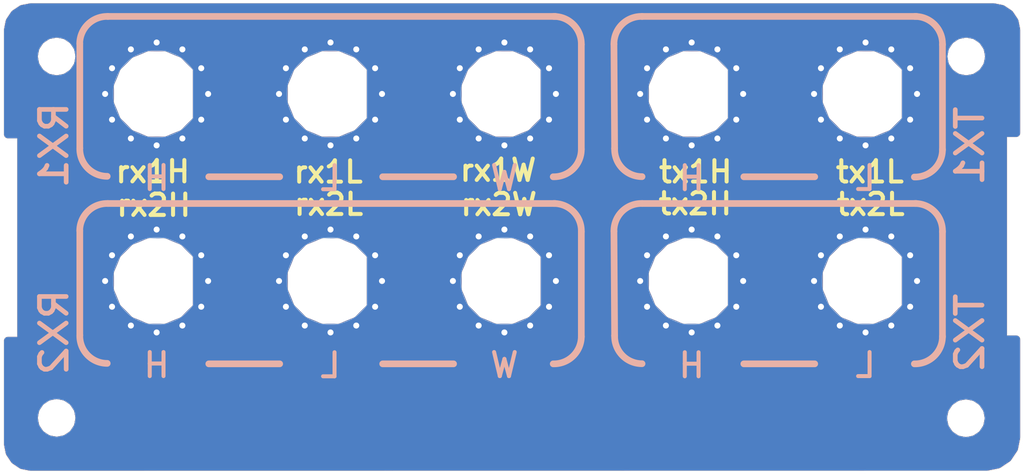
<source format=kicad_pcb>
(kicad_pcb (version 20170123) (host pcbnew "(2017-06-07 revision 51bed4bae)-makepkg")

  (general
    (links 119)
    (no_connects 0)
    (area 25.34 92.7 101.900001 128.200001)
    (thickness 1.6)
    (drawings 276)
    (tracks 0)
    (zones 0)
    (modules 11)
    (nets 2)
  )

  (page A4)
  (layers
    (0 F.Cu signal)
    (31 B.Cu signal)
    (32 B.Adhes user)
    (33 F.Adhes user)
    (34 B.Paste user)
    (35 F.Paste user)
    (36 B.SilkS user)
    (37 F.SilkS user)
    (38 B.Mask user)
    (39 F.Mask user)
    (40 Dwgs.User user)
    (41 Cmts.User user)
    (42 Eco1.User user)
    (43 Eco2.User user)
    (44 Edge.Cuts user)
    (45 Margin user hide)
    (46 B.CrtYd user hide)
    (47 F.CrtYd user hide)
    (48 B.Fab user hide)
    (49 F.Fab user hide)
  )

  (setup
    (last_trace_width 0.25)
    (trace_clearance 0.2)
    (zone_clearance 0)
    (zone_45_only yes)
    (trace_min 0.2)
    (segment_width 0.2)
    (edge_width 0.02)
    (via_size 0.8)
    (via_drill 0.4)
    (via_min_size 0.4)
    (via_min_drill 0.3)
    (uvia_size 0.3)
    (uvia_drill 0.1)
    (uvias_allowed no)
    (uvia_min_size 0.2)
    (uvia_min_drill 0.1)
    (pcb_text_width 0.3)
    (pcb_text_size 1.5 1.5)
    (mod_edge_width 0.15)
    (mod_text_size 1 1)
    (mod_text_width 0.15)
    (pad_size 0.8 0.8)
    (pad_drill 0.45)
    (pad_to_mask_clearance 0)
    (aux_axis_origin 25.6 92.9)
    (grid_origin 25.6 92.9)
    (visible_elements 7FFFFFFF)
    (pcbplotparams
      (layerselection 0x010f0_ffffffff)
      (usegerberextensions true)
      (excludeedgelayer true)
      (linewidth 0.150000)
      (plotframeref false)
      (viasonmask false)
      (mode 1)
      (useauxorigin true)
      (hpglpennumber 1)
      (hpglpenspeed 20)
      (hpglpendiameter 15)
      (psnegative false)
      (psa4output false)
      (plotreference false)
      (plotvalue false)
      (plotinvisibletext false)
      (padsonsilk false)
      (subtractmaskfromsilk true)
      (outputformat 1)
      (mirror false)
      (drillshape 0)
      (scaleselection 1)
      (outputdirectory ../_Gerber/20170612_front_panel/))
  )

  (net 0 "")
  (net 1 GND)

  (net_class Default "This is the default net class."
    (clearance 0.2)
    (trace_width 0.25)
    (via_dia 0.8)
    (via_drill 0.4)
    (uvia_dia 0.3)
    (uvia_drill 0.1)
    (add_net GND)
  )

  (module Ohisja:SMA_test1 (layer B.Cu) (tedit 57E68727) (tstamp 57ABA22E)
    (at 90.05 113.73 180)
    (fp_text reference REF** (at 0 -7.7 180) (layer Dwgs.User)
      (effects (font (size 1 1) (thickness 0.15)))
    )
    (fp_text value 2 (at 0 -6.7 180) (layer B.Fab)
      (effects (font (size 1 1) (thickness 0.15)) (justify mirror))
    )
    (fp_circle (center 0 0) (end 2.66 0) (layer B.Mask) (width 3))
    (fp_arc (start 0 0) (end -2.7 1.81) (angle -292.3265473) (layer Edge.Cuts) (width 0.02))
    (fp_circle (center 0 0) (end 6.25 0) (layer Dwgs.User) (width 0.15))
    (fp_line (start 0.2 -0.2) (end -0.2 0.2) (layer Dwgs.User) (width 0.15))
    (fp_line (start -0.2 -0.2) (end 0.2 0.2) (layer Dwgs.User) (width 0.15))
    (fp_line (start 4 -2.1) (end 4 2.1) (layer Dwgs.User) (width 0.15))
    (fp_line (start 0 -4.5) (end 4 -2.1) (layer Dwgs.User) (width 0.15))
    (fp_line (start -4 -2.1) (end 0 -4.5) (layer Dwgs.User) (width 0.15))
    (fp_line (start -4 2.1) (end -4 -2.1) (layer Dwgs.User) (width 0.15))
    (fp_line (start 0 4.5) (end -4 2.1) (layer Dwgs.User) (width 0.15))
    (fp_line (start 4 2.1) (end 0 4.5) (layer Dwgs.User) (width 0.15))
    (fp_line (start -2.7 1.81) (end -2.7 -1.81) (layer Edge.Cuts) (width 0.02))
    (fp_circle (center 0 0) (end 4.5 0) (layer Dwgs.User) (width 0.15))
    (fp_circle (center 0 0) (end 3.25 0) (layer Dwgs.User) (width 0.15))
    (fp_line (start -2.93 1.84) (end -2.93 -1.85) (layer B.Mask) (width 0.7))
    (fp_circle (center 0 0) (end 3.83 0) (layer B.Mask) (width 1.35))
    (fp_line (start -2.92 1.98) (end -2.92 -1.99) (layer F.Mask) (width 0.7))
    (fp_circle (center 0 0) (end 3.83 0) (layer F.Mask) (width 1.35))
    (fp_circle (center 0 0) (end 2.66 0) (layer F.Mask) (width 3))
    (pad 1 thru_hole circle (at 3.85 0 270) (size 0.8 0.8) (drill 0.45) (layers *.Cu)
      (net 1 GND))
    (pad 1 thru_hole circle (at 3.334198 1.925 240) (size 0.8 0.8) (drill 0.45) (layers *.Cu)
      (net 1 GND))
    (pad 1 thru_hole circle (at 1.925 3.334198 210) (size 0.8 0.8) (drill 0.45) (layers *.Cu)
      (net 1 GND))
    (pad 1 thru_hole circle (at 0 3.85 180) (size 0.8 0.8) (drill 0.45) (layers *.Cu)
      (net 1 GND))
    (pad 1 thru_hole circle (at -1.925 3.334198 150) (size 0.8 0.8) (drill 0.45) (layers *.Cu)
      (net 1 GND))
    (pad 1 thru_hole circle (at -3.334198 1.925 120) (size 0.8 0.8) (drill 0.45) (layers *.Cu)
      (net 1 GND))
    (pad 1 thru_hole circle (at -3.85 0 90) (size 0.8 0.8) (drill 0.45) (layers *.Cu)
      (net 1 GND))
    (pad 1 thru_hole circle (at -3.334198 -1.925 60) (size 0.8 0.8) (drill 0.45) (layers *.Cu)
      (net 1 GND))
    (pad 1 thru_hole circle (at -1.925 -3.334198 30) (size 0.8 0.8) (drill 0.45) (layers *.Cu)
      (net 1 GND))
    (pad 1 thru_hole circle (at 0 -3.85) (size 0.8 0.8) (drill 0.45) (layers *.Cu)
      (net 1 GND))
    (pad 1 thru_hole circle (at 1.925 -3.334198 330) (size 0.8 0.8) (drill 0.45) (layers *.Cu)
      (net 1 GND))
    (pad 1 thru_hole circle (at 3.334198 -1.925 300) (size 0.8 0.8) (drill 0.45) (layers *.Cu)
      (net 1 GND))
    (model D:/Dropbox/Projekti/Ohisja/sma.wrl
      (at (xyz 0 -0.02559055118110237 -0.1377952755905512))
      (scale (xyz 0.3937 0.3937 0.3937))
      (rotate (xyz 0 0 0))
    )
  )

  (module Ohisja:SMA_test1 (layer B.Cu) (tedit 57E68727) (tstamp 57ABA20C)
    (at 77.05 113.73 180)
    (fp_text reference REF** (at 0 -7.7 180) (layer Dwgs.User)
      (effects (font (size 1 1) (thickness 0.15)))
    )
    (fp_text value 2 (at 0 -6.7 180) (layer B.Fab)
      (effects (font (size 1 1) (thickness 0.15)) (justify mirror))
    )
    (fp_circle (center 0 0) (end 2.66 0) (layer B.Mask) (width 3))
    (fp_arc (start 0 0) (end -2.7 1.81) (angle -292.3265473) (layer Edge.Cuts) (width 0.02))
    (fp_circle (center 0 0) (end 6.25 0) (layer Dwgs.User) (width 0.15))
    (fp_line (start 0.2 -0.2) (end -0.2 0.2) (layer Dwgs.User) (width 0.15))
    (fp_line (start -0.2 -0.2) (end 0.2 0.2) (layer Dwgs.User) (width 0.15))
    (fp_line (start 4 -2.1) (end 4 2.1) (layer Dwgs.User) (width 0.15))
    (fp_line (start 0 -4.5) (end 4 -2.1) (layer Dwgs.User) (width 0.15))
    (fp_line (start -4 -2.1) (end 0 -4.5) (layer Dwgs.User) (width 0.15))
    (fp_line (start -4 2.1) (end -4 -2.1) (layer Dwgs.User) (width 0.15))
    (fp_line (start 0 4.5) (end -4 2.1) (layer Dwgs.User) (width 0.15))
    (fp_line (start 4 2.1) (end 0 4.5) (layer Dwgs.User) (width 0.15))
    (fp_line (start -2.7 1.81) (end -2.7 -1.81) (layer Edge.Cuts) (width 0.02))
    (fp_circle (center 0 0) (end 4.5 0) (layer Dwgs.User) (width 0.15))
    (fp_circle (center 0 0) (end 3.25 0) (layer Dwgs.User) (width 0.15))
    (fp_line (start -2.93 1.84) (end -2.93 -1.85) (layer B.Mask) (width 0.7))
    (fp_circle (center 0 0) (end 3.83 0) (layer B.Mask) (width 1.35))
    (fp_line (start -2.92 1.98) (end -2.92 -1.99) (layer F.Mask) (width 0.7))
    (fp_circle (center 0 0) (end 3.83 0) (layer F.Mask) (width 1.35))
    (fp_circle (center 0 0) (end 2.66 0) (layer F.Mask) (width 3))
    (pad 1 thru_hole circle (at 3.85 0 270) (size 0.8 0.8) (drill 0.45) (layers *.Cu)
      (net 1 GND))
    (pad 1 thru_hole circle (at 3.334198 1.925 240) (size 0.8 0.8) (drill 0.45) (layers *.Cu)
      (net 1 GND))
    (pad 1 thru_hole circle (at 1.925 3.334198 210) (size 0.8 0.8) (drill 0.45) (layers *.Cu)
      (net 1 GND))
    (pad 1 thru_hole circle (at 0 3.85 180) (size 0.8 0.8) (drill 0.45) (layers *.Cu)
      (net 1 GND))
    (pad 1 thru_hole circle (at -1.925 3.334198 150) (size 0.8 0.8) (drill 0.45) (layers *.Cu)
      (net 1 GND))
    (pad 1 thru_hole circle (at -3.334198 1.925 120) (size 0.8 0.8) (drill 0.45) (layers *.Cu)
      (net 1 GND))
    (pad 1 thru_hole circle (at -3.85 0 90) (size 0.8 0.8) (drill 0.45) (layers *.Cu)
      (net 1 GND))
    (pad 1 thru_hole circle (at -3.334198 -1.925 60) (size 0.8 0.8) (drill 0.45) (layers *.Cu)
      (net 1 GND))
    (pad 1 thru_hole circle (at -1.925 -3.334198 30) (size 0.8 0.8) (drill 0.45) (layers *.Cu)
      (net 1 GND))
    (pad 1 thru_hole circle (at 0 -3.85) (size 0.8 0.8) (drill 0.45) (layers *.Cu)
      (net 1 GND))
    (pad 1 thru_hole circle (at 1.925 -3.334198 330) (size 0.8 0.8) (drill 0.45) (layers *.Cu)
      (net 1 GND))
    (pad 1 thru_hole circle (at 3.334198 -1.925 300) (size 0.8 0.8) (drill 0.45) (layers *.Cu)
      (net 1 GND))
    (model D:/Dropbox/Projekti/Ohisja/sma.wrl
      (at (xyz 0 -0.02559055118110237 -0.1377952755905512))
      (scale (xyz 0.3937 0.3937 0.3937))
      (rotate (xyz 0 0 0))
    )
  )

  (module Ohisja:SMA_test1 (layer B.Cu) (tedit 57E68727) (tstamp 57ABA1EA)
    (at 90.05 99.73 180)
    (fp_text reference REF** (at 0 -7.7 180) (layer Dwgs.User)
      (effects (font (size 1 1) (thickness 0.15)))
    )
    (fp_text value 2 (at 0 -6.7 180) (layer B.Fab)
      (effects (font (size 1 1) (thickness 0.15)) (justify mirror))
    )
    (fp_circle (center 0 0) (end 2.66 0) (layer B.Mask) (width 3))
    (fp_arc (start 0 0) (end -2.7 1.81) (angle -292.3265473) (layer Edge.Cuts) (width 0.02))
    (fp_circle (center 0 0) (end 6.25 0) (layer Dwgs.User) (width 0.15))
    (fp_line (start 0.2 -0.2) (end -0.2 0.2) (layer Dwgs.User) (width 0.15))
    (fp_line (start -0.2 -0.2) (end 0.2 0.2) (layer Dwgs.User) (width 0.15))
    (fp_line (start 4 -2.1) (end 4 2.1) (layer Dwgs.User) (width 0.15))
    (fp_line (start 0 -4.5) (end 4 -2.1) (layer Dwgs.User) (width 0.15))
    (fp_line (start -4 -2.1) (end 0 -4.5) (layer Dwgs.User) (width 0.15))
    (fp_line (start -4 2.1) (end -4 -2.1) (layer Dwgs.User) (width 0.15))
    (fp_line (start 0 4.5) (end -4 2.1) (layer Dwgs.User) (width 0.15))
    (fp_line (start 4 2.1) (end 0 4.5) (layer Dwgs.User) (width 0.15))
    (fp_line (start -2.7 1.81) (end -2.7 -1.81) (layer Edge.Cuts) (width 0.02))
    (fp_circle (center 0 0) (end 4.5 0) (layer Dwgs.User) (width 0.15))
    (fp_circle (center 0 0) (end 3.25 0) (layer Dwgs.User) (width 0.15))
    (fp_line (start -2.93 1.84) (end -2.93 -1.85) (layer B.Mask) (width 0.7))
    (fp_circle (center 0 0) (end 3.83 0) (layer B.Mask) (width 1.35))
    (fp_line (start -2.92 1.98) (end -2.92 -1.99) (layer F.Mask) (width 0.7))
    (fp_circle (center 0 0) (end 3.83 0) (layer F.Mask) (width 1.35))
    (fp_circle (center 0 0) (end 2.66 0) (layer F.Mask) (width 3))
    (pad 1 thru_hole circle (at 3.85 0 270) (size 0.8 0.8) (drill 0.45) (layers *.Cu)
      (net 1 GND))
    (pad 1 thru_hole circle (at 3.334198 1.925 240) (size 0.8 0.8) (drill 0.45) (layers *.Cu)
      (net 1 GND))
    (pad 1 thru_hole circle (at 1.925 3.334198 210) (size 0.8 0.8) (drill 0.45) (layers *.Cu)
      (net 1 GND))
    (pad 1 thru_hole circle (at 0 3.85 180) (size 0.8 0.8) (drill 0.45) (layers *.Cu)
      (net 1 GND))
    (pad 1 thru_hole circle (at -1.925 3.334198 150) (size 0.8 0.8) (drill 0.45) (layers *.Cu)
      (net 1 GND))
    (pad 1 thru_hole circle (at -3.334198 1.925 120) (size 0.8 0.8) (drill 0.45) (layers *.Cu)
      (net 1 GND))
    (pad 1 thru_hole circle (at -3.85 0 90) (size 0.8 0.8) (drill 0.45) (layers *.Cu)
      (net 1 GND))
    (pad 1 thru_hole circle (at -3.334198 -1.925 60) (size 0.8 0.8) (drill 0.45) (layers *.Cu)
      (net 1 GND))
    (pad 1 thru_hole circle (at -1.925 -3.334198 30) (size 0.8 0.8) (drill 0.45) (layers *.Cu)
      (net 1 GND))
    (pad 1 thru_hole circle (at 0 -3.85) (size 0.8 0.8) (drill 0.45) (layers *.Cu)
      (net 1 GND))
    (pad 1 thru_hole circle (at 1.925 -3.334198 330) (size 0.8 0.8) (drill 0.45) (layers *.Cu)
      (net 1 GND))
    (pad 1 thru_hole circle (at 3.334198 -1.925 300) (size 0.8 0.8) (drill 0.45) (layers *.Cu)
      (net 1 GND))
    (model D:/Dropbox/Projekti/Ohisja/sma.wrl
      (at (xyz 0 -0.02559055118110237 -0.1377952755905512))
      (scale (xyz 0.3937 0.3937 0.3937))
      (rotate (xyz 0 0 0))
    )
  )

  (module Ohisja:SMA_test1 (layer B.Cu) (tedit 57E68727) (tstamp 57ABA1AE)
    (at 77.05 99.73 180)
    (fp_text reference REF** (at 0 -7.7 180) (layer Dwgs.User)
      (effects (font (size 1 1) (thickness 0.15)))
    )
    (fp_text value 2 (at 0 -6.7 180) (layer B.Fab)
      (effects (font (size 1 1) (thickness 0.15)) (justify mirror))
    )
    (fp_circle (center 0 0) (end 2.66 0) (layer B.Mask) (width 3))
    (fp_arc (start 0 0) (end -2.7 1.81) (angle -292.3265473) (layer Edge.Cuts) (width 0.02))
    (fp_circle (center 0 0) (end 6.25 0) (layer Dwgs.User) (width 0.15))
    (fp_line (start 0.2 -0.2) (end -0.2 0.2) (layer Dwgs.User) (width 0.15))
    (fp_line (start -0.2 -0.2) (end 0.2 0.2) (layer Dwgs.User) (width 0.15))
    (fp_line (start 4 -2.1) (end 4 2.1) (layer Dwgs.User) (width 0.15))
    (fp_line (start 0 -4.5) (end 4 -2.1) (layer Dwgs.User) (width 0.15))
    (fp_line (start -4 -2.1) (end 0 -4.5) (layer Dwgs.User) (width 0.15))
    (fp_line (start -4 2.1) (end -4 -2.1) (layer Dwgs.User) (width 0.15))
    (fp_line (start 0 4.5) (end -4 2.1) (layer Dwgs.User) (width 0.15))
    (fp_line (start 4 2.1) (end 0 4.5) (layer Dwgs.User) (width 0.15))
    (fp_line (start -2.7 1.81) (end -2.7 -1.81) (layer Edge.Cuts) (width 0.02))
    (fp_circle (center 0 0) (end 4.5 0) (layer Dwgs.User) (width 0.15))
    (fp_circle (center 0 0) (end 3.25 0) (layer Dwgs.User) (width 0.15))
    (fp_line (start -2.93 1.84) (end -2.93 -1.85) (layer B.Mask) (width 0.7))
    (fp_circle (center 0 0) (end 3.83 0) (layer B.Mask) (width 1.35))
    (fp_line (start -2.92 1.98) (end -2.92 -1.99) (layer F.Mask) (width 0.7))
    (fp_circle (center 0 0) (end 3.83 0) (layer F.Mask) (width 1.35))
    (fp_circle (center 0 0) (end 2.66 0) (layer F.Mask) (width 3))
    (pad 1 thru_hole circle (at 3.85 0 270) (size 0.8 0.8) (drill 0.45) (layers *.Cu)
      (net 1 GND))
    (pad 1 thru_hole circle (at 3.334198 1.925 240) (size 0.8 0.8) (drill 0.45) (layers *.Cu)
      (net 1 GND))
    (pad 1 thru_hole circle (at 1.925 3.334198 210) (size 0.8 0.8) (drill 0.45) (layers *.Cu)
      (net 1 GND))
    (pad 1 thru_hole circle (at 0 3.85 180) (size 0.8 0.8) (drill 0.45) (layers *.Cu)
      (net 1 GND))
    (pad 1 thru_hole circle (at -1.925 3.334198 150) (size 0.8 0.8) (drill 0.45) (layers *.Cu)
      (net 1 GND))
    (pad 1 thru_hole circle (at -3.334198 1.925 120) (size 0.8 0.8) (drill 0.45) (layers *.Cu)
      (net 1 GND))
    (pad 1 thru_hole circle (at -3.85 0 90) (size 0.8 0.8) (drill 0.45) (layers *.Cu)
      (net 1 GND))
    (pad 1 thru_hole circle (at -3.334198 -1.925 60) (size 0.8 0.8) (drill 0.45) (layers *.Cu)
      (net 1 GND))
    (pad 1 thru_hole circle (at -1.925 -3.334198 30) (size 0.8 0.8) (drill 0.45) (layers *.Cu)
      (net 1 GND))
    (pad 1 thru_hole circle (at 0 -3.85) (size 0.8 0.8) (drill 0.45) (layers *.Cu)
      (net 1 GND))
    (pad 1 thru_hole circle (at 1.925 -3.334198 330) (size 0.8 0.8) (drill 0.45) (layers *.Cu)
      (net 1 GND))
    (pad 1 thru_hole circle (at 3.334198 -1.925 300) (size 0.8 0.8) (drill 0.45) (layers *.Cu)
      (net 1 GND))
    (model D:/Dropbox/Projekti/Ohisja/sma.wrl
      (at (xyz 0 -0.02559055118110237 -0.1377952755905512))
      (scale (xyz 0.3937 0.3937 0.3937))
      (rotate (xyz 0 0 0))
    )
  )

  (module Ohisja:SMA_test1 (layer B.Cu) (tedit 57E68727) (tstamp 57AB9FF5)
    (at 63.05 113.73 180)
    (fp_text reference REF** (at 0 -7.7 180) (layer Dwgs.User)
      (effects (font (size 1 1) (thickness 0.15)))
    )
    (fp_text value 2 (at 0 -6.7 180) (layer B.Fab)
      (effects (font (size 1 1) (thickness 0.15)) (justify mirror))
    )
    (fp_circle (center 0 0) (end 2.66 0) (layer B.Mask) (width 3))
    (fp_arc (start 0 0) (end -2.7 1.81) (angle -292.3265473) (layer Edge.Cuts) (width 0.02))
    (fp_circle (center 0 0) (end 6.25 0) (layer Dwgs.User) (width 0.15))
    (fp_line (start 0.2 -0.2) (end -0.2 0.2) (layer Dwgs.User) (width 0.15))
    (fp_line (start -0.2 -0.2) (end 0.2 0.2) (layer Dwgs.User) (width 0.15))
    (fp_line (start 4 -2.1) (end 4 2.1) (layer Dwgs.User) (width 0.15))
    (fp_line (start 0 -4.5) (end 4 -2.1) (layer Dwgs.User) (width 0.15))
    (fp_line (start -4 -2.1) (end 0 -4.5) (layer Dwgs.User) (width 0.15))
    (fp_line (start -4 2.1) (end -4 -2.1) (layer Dwgs.User) (width 0.15))
    (fp_line (start 0 4.5) (end -4 2.1) (layer Dwgs.User) (width 0.15))
    (fp_line (start 4 2.1) (end 0 4.5) (layer Dwgs.User) (width 0.15))
    (fp_line (start -2.7 1.81) (end -2.7 -1.81) (layer Edge.Cuts) (width 0.02))
    (fp_circle (center 0 0) (end 4.5 0) (layer Dwgs.User) (width 0.15))
    (fp_circle (center 0 0) (end 3.25 0) (layer Dwgs.User) (width 0.15))
    (fp_line (start -2.93 1.84) (end -2.93 -1.85) (layer B.Mask) (width 0.7))
    (fp_circle (center 0 0) (end 3.83 0) (layer B.Mask) (width 1.35))
    (fp_line (start -2.92 1.98) (end -2.92 -1.99) (layer F.Mask) (width 0.7))
    (fp_circle (center 0 0) (end 3.83 0) (layer F.Mask) (width 1.35))
    (fp_circle (center 0 0) (end 2.66 0) (layer F.Mask) (width 3))
    (pad 1 thru_hole circle (at 3.85 0 270) (size 0.8 0.8) (drill 0.45) (layers *.Cu)
      (net 1 GND))
    (pad 1 thru_hole circle (at 3.334198 1.925 240) (size 0.8 0.8) (drill 0.45) (layers *.Cu)
      (net 1 GND))
    (pad 1 thru_hole circle (at 1.925 3.334198 210) (size 0.8 0.8) (drill 0.45) (layers *.Cu)
      (net 1 GND))
    (pad 1 thru_hole circle (at 0 3.85 180) (size 0.8 0.8) (drill 0.45) (layers *.Cu)
      (net 1 GND))
    (pad 1 thru_hole circle (at -1.925 3.334198 150) (size 0.8 0.8) (drill 0.45) (layers *.Cu)
      (net 1 GND))
    (pad 1 thru_hole circle (at -3.334198 1.925 120) (size 0.8 0.8) (drill 0.45) (layers *.Cu)
      (net 1 GND))
    (pad 1 thru_hole circle (at -3.85 0 90) (size 0.8 0.8) (drill 0.45) (layers *.Cu)
      (net 1 GND))
    (pad 1 thru_hole circle (at -3.334198 -1.925 60) (size 0.8 0.8) (drill 0.45) (layers *.Cu)
      (net 1 GND))
    (pad 1 thru_hole circle (at -1.925 -3.334198 30) (size 0.8 0.8) (drill 0.45) (layers *.Cu)
      (net 1 GND))
    (pad 1 thru_hole circle (at 0 -3.85) (size 0.8 0.8) (drill 0.45) (layers *.Cu)
      (net 1 GND))
    (pad 1 thru_hole circle (at 1.925 -3.334198 330) (size 0.8 0.8) (drill 0.45) (layers *.Cu)
      (net 1 GND))
    (pad 1 thru_hole circle (at 3.334198 -1.925 300) (size 0.8 0.8) (drill 0.45) (layers *.Cu)
      (net 1 GND))
    (model D:/Dropbox/Projekti/Ohisja/sma.wrl
      (at (xyz 0 -0.02559055118110237 -0.1377952755905512))
      (scale (xyz 0.3937 0.3937 0.3937))
      (rotate (xyz 0 0 0))
    )
  )

  (module Ohisja:SMA_test1 (layer B.Cu) (tedit 57E68727) (tstamp 57AB9FD3)
    (at 50.05 113.73 180)
    (fp_text reference REF** (at 0 -7.7 180) (layer Dwgs.User)
      (effects (font (size 1 1) (thickness 0.15)))
    )
    (fp_text value 2 (at 0 -6.7 180) (layer B.Fab)
      (effects (font (size 1 1) (thickness 0.15)) (justify mirror))
    )
    (fp_circle (center 0 0) (end 2.66 0) (layer B.Mask) (width 3))
    (fp_arc (start 0 0) (end -2.7 1.81) (angle -292.3265473) (layer Edge.Cuts) (width 0.02))
    (fp_circle (center 0 0) (end 6.25 0) (layer Dwgs.User) (width 0.15))
    (fp_line (start 0.2 -0.2) (end -0.2 0.2) (layer Dwgs.User) (width 0.15))
    (fp_line (start -0.2 -0.2) (end 0.2 0.2) (layer Dwgs.User) (width 0.15))
    (fp_line (start 4 -2.1) (end 4 2.1) (layer Dwgs.User) (width 0.15))
    (fp_line (start 0 -4.5) (end 4 -2.1) (layer Dwgs.User) (width 0.15))
    (fp_line (start -4 -2.1) (end 0 -4.5) (layer Dwgs.User) (width 0.15))
    (fp_line (start -4 2.1) (end -4 -2.1) (layer Dwgs.User) (width 0.15))
    (fp_line (start 0 4.5) (end -4 2.1) (layer Dwgs.User) (width 0.15))
    (fp_line (start 4 2.1) (end 0 4.5) (layer Dwgs.User) (width 0.15))
    (fp_line (start -2.7 1.81) (end -2.7 -1.81) (layer Edge.Cuts) (width 0.02))
    (fp_circle (center 0 0) (end 4.5 0) (layer Dwgs.User) (width 0.15))
    (fp_circle (center 0 0) (end 3.25 0) (layer Dwgs.User) (width 0.15))
    (fp_line (start -2.93 1.84) (end -2.93 -1.85) (layer B.Mask) (width 0.7))
    (fp_circle (center 0 0) (end 3.83 0) (layer B.Mask) (width 1.35))
    (fp_line (start -2.92 1.98) (end -2.92 -1.99) (layer F.Mask) (width 0.7))
    (fp_circle (center 0 0) (end 3.83 0) (layer F.Mask) (width 1.35))
    (fp_circle (center 0 0) (end 2.66 0) (layer F.Mask) (width 3))
    (pad 1 thru_hole circle (at 3.85 0 270) (size 0.8 0.8) (drill 0.45) (layers *.Cu)
      (net 1 GND))
    (pad 1 thru_hole circle (at 3.334198 1.925 240) (size 0.8 0.8) (drill 0.45) (layers *.Cu)
      (net 1 GND))
    (pad 1 thru_hole circle (at 1.925 3.334198 210) (size 0.8 0.8) (drill 0.45) (layers *.Cu)
      (net 1 GND))
    (pad 1 thru_hole circle (at 0 3.85 180) (size 0.8 0.8) (drill 0.45) (layers *.Cu)
      (net 1 GND))
    (pad 1 thru_hole circle (at -1.925 3.334198 150) (size 0.8 0.8) (drill 0.45) (layers *.Cu)
      (net 1 GND))
    (pad 1 thru_hole circle (at -3.334198 1.925 120) (size 0.8 0.8) (drill 0.45) (layers *.Cu)
      (net 1 GND))
    (pad 1 thru_hole circle (at -3.85 0 90) (size 0.8 0.8) (drill 0.45) (layers *.Cu)
      (net 1 GND))
    (pad 1 thru_hole circle (at -3.334198 -1.925 60) (size 0.8 0.8) (drill 0.45) (layers *.Cu)
      (net 1 GND))
    (pad 1 thru_hole circle (at -1.925 -3.334198 30) (size 0.8 0.8) (drill 0.45) (layers *.Cu)
      (net 1 GND))
    (pad 1 thru_hole circle (at 0 -3.85) (size 0.8 0.8) (drill 0.45) (layers *.Cu)
      (net 1 GND))
    (pad 1 thru_hole circle (at 1.925 -3.334198 330) (size 0.8 0.8) (drill 0.45) (layers *.Cu)
      (net 1 GND))
    (pad 1 thru_hole circle (at 3.334198 -1.925 300) (size 0.8 0.8) (drill 0.45) (layers *.Cu)
      (net 1 GND))
    (model D:/Dropbox/Projekti/Ohisja/sma.wrl
      (at (xyz 0 -0.02559055118110237 -0.1377952755905512))
      (scale (xyz 0.3937 0.3937 0.3937))
      (rotate (xyz 0 0 0))
    )
  )

  (module Ohisja:SMA_test1 (layer B.Cu) (tedit 57E68727) (tstamp 57AB9FB1)
    (at 37.05 113.73 180)
    (fp_text reference REF** (at 0 -7.7 180) (layer Dwgs.User)
      (effects (font (size 1 1) (thickness 0.15)))
    )
    (fp_text value 2 (at 0 -6.7 180) (layer B.Fab)
      (effects (font (size 1 1) (thickness 0.15)) (justify mirror))
    )
    (fp_circle (center 0 0) (end 2.66 0) (layer B.Mask) (width 3))
    (fp_arc (start 0 0) (end -2.7 1.81) (angle -292.3265473) (layer Edge.Cuts) (width 0.02))
    (fp_circle (center 0 0) (end 6.25 0) (layer Dwgs.User) (width 0.15))
    (fp_line (start 0.2 -0.2) (end -0.2 0.2) (layer Dwgs.User) (width 0.15))
    (fp_line (start -0.2 -0.2) (end 0.2 0.2) (layer Dwgs.User) (width 0.15))
    (fp_line (start 4 -2.1) (end 4 2.1) (layer Dwgs.User) (width 0.15))
    (fp_line (start 0 -4.5) (end 4 -2.1) (layer Dwgs.User) (width 0.15))
    (fp_line (start -4 -2.1) (end 0 -4.5) (layer Dwgs.User) (width 0.15))
    (fp_line (start -4 2.1) (end -4 -2.1) (layer Dwgs.User) (width 0.15))
    (fp_line (start 0 4.5) (end -4 2.1) (layer Dwgs.User) (width 0.15))
    (fp_line (start 4 2.1) (end 0 4.5) (layer Dwgs.User) (width 0.15))
    (fp_line (start -2.7 1.81) (end -2.7 -1.81) (layer Edge.Cuts) (width 0.02))
    (fp_circle (center 0 0) (end 4.5 0) (layer Dwgs.User) (width 0.15))
    (fp_circle (center 0 0) (end 3.25 0) (layer Dwgs.User) (width 0.15))
    (fp_line (start -2.93 1.84) (end -2.93 -1.85) (layer B.Mask) (width 0.7))
    (fp_circle (center 0 0) (end 3.83 0) (layer B.Mask) (width 1.35))
    (fp_line (start -2.92 1.98) (end -2.92 -1.99) (layer F.Mask) (width 0.7))
    (fp_circle (center 0 0) (end 3.83 0) (layer F.Mask) (width 1.35))
    (fp_circle (center 0 0) (end 2.66 0) (layer F.Mask) (width 3))
    (pad 1 thru_hole circle (at 3.85 0 270) (size 0.8 0.8) (drill 0.45) (layers *.Cu)
      (net 1 GND))
    (pad 1 thru_hole circle (at 3.334198 1.925 240) (size 0.8 0.8) (drill 0.45) (layers *.Cu)
      (net 1 GND))
    (pad 1 thru_hole circle (at 1.925 3.334198 210) (size 0.8 0.8) (drill 0.45) (layers *.Cu)
      (net 1 GND))
    (pad 1 thru_hole circle (at 0 3.85 180) (size 0.8 0.8) (drill 0.45) (layers *.Cu)
      (net 1 GND))
    (pad 1 thru_hole circle (at -1.925 3.334198 150) (size 0.8 0.8) (drill 0.45) (layers *.Cu)
      (net 1 GND))
    (pad 1 thru_hole circle (at -3.334198 1.925 120) (size 0.8 0.8) (drill 0.45) (layers *.Cu)
      (net 1 GND))
    (pad 1 thru_hole circle (at -3.85 0 90) (size 0.8 0.8) (drill 0.45) (layers *.Cu)
      (net 1 GND))
    (pad 1 thru_hole circle (at -3.334198 -1.925 60) (size 0.8 0.8) (drill 0.45) (layers *.Cu)
      (net 1 GND))
    (pad 1 thru_hole circle (at -1.925 -3.334198 30) (size 0.8 0.8) (drill 0.45) (layers *.Cu)
      (net 1 GND))
    (pad 1 thru_hole circle (at 0 -3.85) (size 0.8 0.8) (drill 0.45) (layers *.Cu)
      (net 1 GND))
    (pad 1 thru_hole circle (at 1.925 -3.334198 330) (size 0.8 0.8) (drill 0.45) (layers *.Cu)
      (net 1 GND))
    (pad 1 thru_hole circle (at 3.334198 -1.925 300) (size 0.8 0.8) (drill 0.45) (layers *.Cu)
      (net 1 GND))
    (model D:/Dropbox/Projekti/Ohisja/sma.wrl
      (at (xyz 0 -0.02559055118110237 -0.1377952755905512))
      (scale (xyz 0.3937 0.3937 0.3937))
      (rotate (xyz 0 0 0))
    )
  )

  (module Ohisja:SMA_test1 (layer B.Cu) (tedit 57E68727) (tstamp 57AB9F8F)
    (at 63.05 99.73 180)
    (fp_text reference REF** (at 0 -7.7 180) (layer Dwgs.User)
      (effects (font (size 1 1) (thickness 0.15)))
    )
    (fp_text value 2 (at 0 -6.7 180) (layer B.Fab)
      (effects (font (size 1 1) (thickness 0.15)) (justify mirror))
    )
    (fp_circle (center 0 0) (end 2.66 0) (layer B.Mask) (width 3))
    (fp_arc (start 0 0) (end -2.7 1.81) (angle -292.3265473) (layer Edge.Cuts) (width 0.02))
    (fp_circle (center 0 0) (end 6.25 0) (layer Dwgs.User) (width 0.15))
    (fp_line (start 0.2 -0.2) (end -0.2 0.2) (layer Dwgs.User) (width 0.15))
    (fp_line (start -0.2 -0.2) (end 0.2 0.2) (layer Dwgs.User) (width 0.15))
    (fp_line (start 4 -2.1) (end 4 2.1) (layer Dwgs.User) (width 0.15))
    (fp_line (start 0 -4.5) (end 4 -2.1) (layer Dwgs.User) (width 0.15))
    (fp_line (start -4 -2.1) (end 0 -4.5) (layer Dwgs.User) (width 0.15))
    (fp_line (start -4 2.1) (end -4 -2.1) (layer Dwgs.User) (width 0.15))
    (fp_line (start 0 4.5) (end -4 2.1) (layer Dwgs.User) (width 0.15))
    (fp_line (start 4 2.1) (end 0 4.5) (layer Dwgs.User) (width 0.15))
    (fp_line (start -2.7 1.81) (end -2.7 -1.81) (layer Edge.Cuts) (width 0.02))
    (fp_circle (center 0 0) (end 4.5 0) (layer Dwgs.User) (width 0.15))
    (fp_circle (center 0 0) (end 3.25 0) (layer Dwgs.User) (width 0.15))
    (fp_line (start -2.93 1.84) (end -2.93 -1.85) (layer B.Mask) (width 0.7))
    (fp_circle (center 0 0) (end 3.83 0) (layer B.Mask) (width 1.35))
    (fp_line (start -2.92 1.98) (end -2.92 -1.99) (layer F.Mask) (width 0.7))
    (fp_circle (center 0 0) (end 3.83 0) (layer F.Mask) (width 1.35))
    (fp_circle (center 0 0) (end 2.66 0) (layer F.Mask) (width 3))
    (pad 1 thru_hole circle (at 3.85 0 270) (size 0.8 0.8) (drill 0.45) (layers *.Cu)
      (net 1 GND))
    (pad 1 thru_hole circle (at 3.334198 1.925 240) (size 0.8 0.8) (drill 0.45) (layers *.Cu)
      (net 1 GND))
    (pad 1 thru_hole circle (at 1.925 3.334198 210) (size 0.8 0.8) (drill 0.45) (layers *.Cu)
      (net 1 GND))
    (pad 1 thru_hole circle (at 0 3.85 180) (size 0.8 0.8) (drill 0.45) (layers *.Cu)
      (net 1 GND))
    (pad 1 thru_hole circle (at -1.925 3.334198 150) (size 0.8 0.8) (drill 0.45) (layers *.Cu)
      (net 1 GND))
    (pad 1 thru_hole circle (at -3.334198 1.925 120) (size 0.8 0.8) (drill 0.45) (layers *.Cu)
      (net 1 GND))
    (pad 1 thru_hole circle (at -3.85 0 90) (size 0.8 0.8) (drill 0.45) (layers *.Cu)
      (net 1 GND))
    (pad 1 thru_hole circle (at -3.334198 -1.925 60) (size 0.8 0.8) (drill 0.45) (layers *.Cu)
      (net 1 GND))
    (pad 1 thru_hole circle (at -1.925 -3.334198 30) (size 0.8 0.8) (drill 0.45) (layers *.Cu)
      (net 1 GND))
    (pad 1 thru_hole circle (at 0 -3.85) (size 0.8 0.8) (drill 0.45) (layers *.Cu)
      (net 1 GND))
    (pad 1 thru_hole circle (at 1.925 -3.334198 330) (size 0.8 0.8) (drill 0.45) (layers *.Cu)
      (net 1 GND))
    (pad 1 thru_hole circle (at 3.334198 -1.925 300) (size 0.8 0.8) (drill 0.45) (layers *.Cu)
      (net 1 GND))
    (model D:/Dropbox/Projekti/Ohisja/sma.wrl
      (at (xyz 0 -0.02559055118110237 -0.1377952755905512))
      (scale (xyz 0.3937 0.3937 0.3937))
      (rotate (xyz 0 0 0))
    )
  )

  (module Ohisja:SMA_test1 (layer B.Cu) (tedit 57E68727) (tstamp 57AB9F6D)
    (at 50.05 99.73 180)
    (fp_text reference REF** (at 0 -7.7 180) (layer Dwgs.User)
      (effects (font (size 1 1) (thickness 0.15)))
    )
    (fp_text value 2 (at 0 -6.7 180) (layer B.Fab)
      (effects (font (size 1 1) (thickness 0.15)) (justify mirror))
    )
    (fp_circle (center 0 0) (end 2.66 0) (layer B.Mask) (width 3))
    (fp_arc (start 0 0) (end -2.7 1.81) (angle -292.3265473) (layer Edge.Cuts) (width 0.02))
    (fp_circle (center 0 0) (end 6.25 0) (layer Dwgs.User) (width 0.15))
    (fp_line (start 0.2 -0.2) (end -0.2 0.2) (layer Dwgs.User) (width 0.15))
    (fp_line (start -0.2 -0.2) (end 0.2 0.2) (layer Dwgs.User) (width 0.15))
    (fp_line (start 4 -2.1) (end 4 2.1) (layer Dwgs.User) (width 0.15))
    (fp_line (start 0 -4.5) (end 4 -2.1) (layer Dwgs.User) (width 0.15))
    (fp_line (start -4 -2.1) (end 0 -4.5) (layer Dwgs.User) (width 0.15))
    (fp_line (start -4 2.1) (end -4 -2.1) (layer Dwgs.User) (width 0.15))
    (fp_line (start 0 4.5) (end -4 2.1) (layer Dwgs.User) (width 0.15))
    (fp_line (start 4 2.1) (end 0 4.5) (layer Dwgs.User) (width 0.15))
    (fp_line (start -2.7 1.81) (end -2.7 -1.81) (layer Edge.Cuts) (width 0.02))
    (fp_circle (center 0 0) (end 4.5 0) (layer Dwgs.User) (width 0.15))
    (fp_circle (center 0 0) (end 3.25 0) (layer Dwgs.User) (width 0.15))
    (fp_line (start -2.93 1.84) (end -2.93 -1.85) (layer B.Mask) (width 0.7))
    (fp_circle (center 0 0) (end 3.83 0) (layer B.Mask) (width 1.35))
    (fp_line (start -2.92 1.98) (end -2.92 -1.99) (layer F.Mask) (width 0.7))
    (fp_circle (center 0 0) (end 3.83 0) (layer F.Mask) (width 1.35))
    (fp_circle (center 0 0) (end 2.66 0) (layer F.Mask) (width 3))
    (pad 1 thru_hole circle (at 3.85 0 270) (size 0.8 0.8) (drill 0.45) (layers *.Cu)
      (net 1 GND))
    (pad 1 thru_hole circle (at 3.334198 1.925 240) (size 0.8 0.8) (drill 0.45) (layers *.Cu)
      (net 1 GND))
    (pad 1 thru_hole circle (at 1.925 3.334198 210) (size 0.8 0.8) (drill 0.45) (layers *.Cu)
      (net 1 GND))
    (pad 1 thru_hole circle (at 0 3.85 180) (size 0.8 0.8) (drill 0.45) (layers *.Cu)
      (net 1 GND))
    (pad 1 thru_hole circle (at -1.925 3.334198 150) (size 0.8 0.8) (drill 0.45) (layers *.Cu)
      (net 1 GND))
    (pad 1 thru_hole circle (at -3.334198 1.925 120) (size 0.8 0.8) (drill 0.45) (layers *.Cu)
      (net 1 GND))
    (pad 1 thru_hole circle (at -3.85 0 90) (size 0.8 0.8) (drill 0.45) (layers *.Cu)
      (net 1 GND))
    (pad 1 thru_hole circle (at -3.334198 -1.925 60) (size 0.8 0.8) (drill 0.45) (layers *.Cu)
      (net 1 GND))
    (pad 1 thru_hole circle (at -1.925 -3.334198 30) (size 0.8 0.8) (drill 0.45) (layers *.Cu)
      (net 1 GND))
    (pad 1 thru_hole circle (at 0 -3.85) (size 0.8 0.8) (drill 0.45) (layers *.Cu)
      (net 1 GND))
    (pad 1 thru_hole circle (at 1.925 -3.334198 330) (size 0.8 0.8) (drill 0.45) (layers *.Cu)
      (net 1 GND))
    (pad 1 thru_hole circle (at 3.334198 -1.925 300) (size 0.8 0.8) (drill 0.45) (layers *.Cu)
      (net 1 GND))
    (model D:/Dropbox/Projekti/Ohisja/sma.wrl
      (at (xyz 0 -0.02559055118110237 -0.1377952755905512))
      (scale (xyz 0.3937 0.3937 0.3937))
      (rotate (xyz 0 0 0))
    )
  )

  (module Ohisja:SMA_test1 (layer B.Cu) (tedit 57E68727) (tstamp 57AB9EC0)
    (at 37.05 99.73 180)
    (fp_text reference REF** (at 0 -7.7 180) (layer Dwgs.User)
      (effects (font (size 1 1) (thickness 0.15)))
    )
    (fp_text value 2 (at 0 -6.7 180) (layer B.Fab)
      (effects (font (size 1 1) (thickness 0.15)) (justify mirror))
    )
    (fp_circle (center 0 0) (end 2.66 0) (layer B.Mask) (width 3))
    (fp_arc (start 0 0) (end -2.7 1.81) (angle -292.3265473) (layer Edge.Cuts) (width 0.02))
    (fp_circle (center 0 0) (end 6.25 0) (layer Dwgs.User) (width 0.15))
    (fp_line (start 0.2 -0.2) (end -0.2 0.2) (layer Dwgs.User) (width 0.15))
    (fp_line (start -0.2 -0.2) (end 0.2 0.2) (layer Dwgs.User) (width 0.15))
    (fp_line (start 4 -2.1) (end 4 2.1) (layer Dwgs.User) (width 0.15))
    (fp_line (start 0 -4.5) (end 4 -2.1) (layer Dwgs.User) (width 0.15))
    (fp_line (start -4 -2.1) (end 0 -4.5) (layer Dwgs.User) (width 0.15))
    (fp_line (start -4 2.1) (end -4 -2.1) (layer Dwgs.User) (width 0.15))
    (fp_line (start 0 4.5) (end -4 2.1) (layer Dwgs.User) (width 0.15))
    (fp_line (start 4 2.1) (end 0 4.5) (layer Dwgs.User) (width 0.15))
    (fp_line (start -2.7 1.81) (end -2.7 -1.81) (layer Edge.Cuts) (width 0.02))
    (fp_circle (center 0 0) (end 4.5 0) (layer Dwgs.User) (width 0.15))
    (fp_circle (center 0 0) (end 3.25 0) (layer Dwgs.User) (width 0.15))
    (fp_line (start -2.93 1.84) (end -2.93 -1.85) (layer B.Mask) (width 0.7))
    (fp_circle (center 0 0) (end 3.83 0) (layer B.Mask) (width 1.35))
    (fp_line (start -2.92 1.98) (end -2.92 -1.99) (layer F.Mask) (width 0.7))
    (fp_circle (center 0 0) (end 3.83 0) (layer F.Mask) (width 1.35))
    (fp_circle (center 0 0) (end 2.66 0) (layer F.Mask) (width 3))
    (pad 1 thru_hole circle (at 3.85 0 270) (size 0.8 0.8) (drill 0.45) (layers *.Cu)
      (net 1 GND))
    (pad 1 thru_hole circle (at 3.334198 1.925 240) (size 0.8 0.8) (drill 0.45) (layers *.Cu)
      (net 1 GND))
    (pad 1 thru_hole circle (at 1.925 3.334198 210) (size 0.8 0.8) (drill 0.45) (layers *.Cu)
      (net 1 GND))
    (pad 1 thru_hole circle (at 0 3.85 180) (size 0.8 0.8) (drill 0.45) (layers *.Cu)
      (net 1 GND))
    (pad 1 thru_hole circle (at -1.925 3.334198 150) (size 0.8 0.8) (drill 0.45) (layers *.Cu)
      (net 1 GND))
    (pad 1 thru_hole circle (at -3.334198 1.925 120) (size 0.8 0.8) (drill 0.45) (layers *.Cu)
      (net 1 GND))
    (pad 1 thru_hole circle (at -3.85 0 90) (size 0.8 0.8) (drill 0.45) (layers *.Cu)
      (net 1 GND))
    (pad 1 thru_hole circle (at -3.334198 -1.925 60) (size 0.8 0.8) (drill 0.45) (layers *.Cu)
      (net 1 GND))
    (pad 1 thru_hole circle (at -1.925 -3.334198 30) (size 0.8 0.8) (drill 0.45) (layers *.Cu)
      (net 1 GND))
    (pad 1 thru_hole circle (at 0 -3.85) (size 0.8 0.8) (drill 0.45) (layers *.Cu)
      (net 1 GND))
    (pad 1 thru_hole circle (at 1.925 -3.334198 330) (size 0.8 0.8) (drill 0.45) (layers *.Cu)
      (net 1 GND))
    (pad 1 thru_hole circle (at 3.334198 -1.925 300) (size 0.8 0.8) (drill 0.45) (layers *.Cu)
      (net 1 GND))
    (model D:/Dropbox/Projekti/Ohisja/sma.wrl
      (at (xyz 0 -0.02559055118110237 -0.1377952755905512))
      (scale (xyz 0.3937 0.3937 0.3937))
      (rotate (xyz 0 0 0))
    )
  )

  (module Ohisja:Lime_logo (layer B.Cu) (tedit 0) (tstamp 57D417C1)
    (at 55.8 124.26)
    (fp_text reference G*** (at 0 0) (layer B.SilkS) hide
      (effects (font (thickness 0.3)) (justify mirror))
    )
    (fp_text value LOGO (at 0.75 0) (layer B.SilkS) hide
      (effects (font (thickness 0.3)) (justify mirror))
    )
    (fp_poly (pts (xy 0.945957 -1.508197) (xy 0.982519 -1.519661) (xy 1.023131 -1.546913) (xy 1.073568 -1.596618)
      (xy 1.139601 -1.675441) (xy 1.227003 -1.790047) (xy 1.341546 -1.947101) (xy 1.489005 -2.153268)
      (xy 1.583381 -2.286) (xy 1.731494 -2.495399) (xy 1.864803 -2.685609) (xy 1.977766 -2.848585)
      (xy 2.064847 -2.976282) (xy 2.120505 -3.060655) (xy 2.13923 -3.093357) (xy 2.123027 -3.121022)
      (xy 2.067141 -3.090645) (xy 1.97079 -3.001686) (xy 1.901192 -2.928592) (xy 1.726978 -2.739481)
      (xy 1.587731 -2.585778) (xy 1.468508 -2.450207) (xy 1.354369 -2.315488) (xy 1.230375 -2.164344)
      (xy 1.095232 -1.996531) (xy 0.978321 -1.847263) (xy 0.881011 -1.716509) (xy 0.81103 -1.615175)
      (xy 0.776107 -1.554169) (xy 0.773823 -1.542959) (xy 0.814691 -1.517775) (xy 0.897791 -1.505979)
      (xy 0.907674 -1.505857) (xy 0.945957 -1.508197)) (layer B.Mask) (width 0.01))
    (fp_poly (pts (xy -2.414828 3.029694) (xy -2.342616 2.962919) (xy -2.234055 2.842521) (xy -2.173854 2.771859)
      (xy -2.070789 2.649805) (xy -1.982798 2.546189) (xy -1.922028 2.475287) (xy -1.90366 2.454359)
      (xy -1.869525 2.414224) (xy -1.797317 2.327588) (xy -1.694991 2.204054) (xy -1.570505 2.053228)
      (xy -1.433575 1.886857) (xy -1.277906 1.699781) (xy -1.119419 1.513377) (xy -0.970984 1.3425)
      (xy -0.84547 1.202006) (xy -0.773486 1.124857) (xy -0.665038 1.013779) (xy -0.592913 0.947379)
      (xy -0.543215 0.917947) (xy -0.502046 0.917775) (xy -0.45551 0.939153) (xy -0.447103 0.9438)
      (xy -0.349671 1.021291) (xy -0.272321 1.13977) (xy -0.209494 1.310244) (xy -0.162927 1.506382)
      (xy -0.115809 1.740134) (xy -0.079962 1.912144) (xy -0.052598 2.031868) (xy -0.030931 2.108762)
      (xy -0.012172 2.15228) (xy 0.006466 2.171877) (xy 0.027769 2.17701) (xy 0.034807 2.177143)
      (xy 0.063057 2.165044) (xy 0.08558 2.121138) (xy 0.105379 2.034012) (xy 0.125457 1.892254)
      (xy 0.137869 1.7854) (xy 0.156189 1.607522) (xy 0.170769 1.441043) (xy 0.179748 1.308659)
      (xy 0.181706 1.250185) (xy 0.199496 1.091541) (xy 0.246577 0.899854) (xy 0.314279 0.703938)
      (xy 0.393934 0.532602) (xy 0.401806 0.518655) (xy 0.45112 0.414665) (xy 0.461278 0.349628)
      (xy 0.433943 0.331943) (xy 0.372151 0.368844) (xy 0.333678 0.396945) (xy 0.27366 0.432034)
      (xy 0.181743 0.479373) (xy 0.047576 0.544224) (xy -0.139195 0.631847) (xy -0.21062 0.665026)
      (xy -0.294235 0.687455) (xy -0.416548 0.702362) (xy -0.494912 0.705689) (xy -0.618109 0.701922)
      (xy -0.696294 0.681518) (xy -0.756654 0.635181) (xy -0.781604 0.607642) (xy -0.848617 0.502326)
      (xy -0.890078 0.38799) (xy -0.890345 0.386593) (xy -0.883766 0.248693) (xy -0.821226 0.066959)
      (xy -0.703534 -0.157241) (xy -0.5315 -0.422536) (xy -0.305936 -0.727557) (xy -0.02915 -1.06915)
      (xy 0.082211 -1.210981) (xy 0.147021 -1.315051) (xy 0.161882 -1.37586) (xy 0.161288 -1.377578)
      (xy 0.14236 -1.444658) (xy 0.118945 -1.552414) (xy 0.107255 -1.614715) (xy 0.089001 -1.71008)
      (xy 0.066478 -1.808588) (xy 0.035228 -1.927273) (xy -0.009203 -2.083167) (xy -0.062993 -2.265493)
      (xy -0.104558 -2.35475) (xy -0.153671 -2.388687) (xy -0.198983 -2.35952) (xy -0.199319 -2.358981)
      (xy -0.210401 -2.310042) (xy -0.224021 -2.202855) (xy -0.238689 -2.051632) (xy -0.252917 -1.870584)
      (xy -0.257459 -1.803708) (xy -0.282169 -1.505292) (xy -0.314947 -1.267958) (xy -0.358815 -1.08039)
      (xy -0.416794 -0.931275) (xy -0.491906 -0.809297) (xy -0.53787 -0.753798) (xy -0.619676 -0.668307)
      (xy -0.699684 -0.600572) (xy -0.787921 -0.547969) (xy -0.894414 -0.507875) (xy -1.02919 -0.477666)
      (xy -1.202276 -0.454718) (xy -1.423699 -0.436408) (xy -1.703485 -0.420113) (xy -1.839104 -0.413322)
      (xy -2.027446 -0.40248) (xy -2.191216 -0.389929) (xy -2.316043 -0.377003) (xy -2.387555 -0.365039)
      (xy -2.397109 -0.361465) (xy -2.424567 -0.319532) (xy -2.395238 -0.279033) (xy -2.323533 -0.255459)
      (xy -2.29714 -0.254) (xy -2.165688 -0.240636) (xy -1.998118 -0.204727) (xy -1.813423 -0.152545)
      (xy -1.630597 -0.090363) (xy -1.468633 -0.024454) (xy -1.346523 0.038909) (xy -1.296931 0.076344)
      (xy -1.232899 0.146602) (xy -1.215235 0.197974) (xy -1.236583 0.260366) (xy -1.246736 0.280381)
      (xy -1.324132 0.384987) (xy -1.46274 0.516838) (xy -1.663931 0.677094) (xy -1.929078 0.866912)
      (xy -1.995773 0.912512) (xy -2.168564 1.02791) (xy -2.369716 1.159226) (xy -2.583912 1.296757)
      (xy -2.795836 1.430801) (xy -2.990172 1.551653) (xy -3.151603 1.649612) (xy -3.246045 1.704571)
      (xy -3.382733 1.783554) (xy -3.466204 1.838605) (xy -3.508011 1.878526) (xy -3.519708 1.912116)
      (xy -3.519714 1.913012) (xy -3.490275 1.911419) (xy -3.401533 1.877177) (xy -3.252857 1.809975)
      (xy -3.043614 1.709506) (xy -2.773171 1.575461) (xy -2.440896 1.407529) (xy -2.046155 1.205403)
      (xy -1.621289 0.985874) (xy -1.461716 0.906595) (xy -1.352424 0.861668) (xy -1.28201 0.847218)
      (xy -1.242448 0.857067) (xy -1.186812 0.905402) (xy -1.171858 0.929427) (xy -1.176523 0.954066)
      (xy -1.200469 1.005533) (xy -1.246109 1.087684) (xy -1.315859 1.204374) (xy -1.412134 1.359457)
      (xy -1.537347 1.55679) (xy -1.693915 1.800228) (xy -1.884252 2.093625) (xy -2.110772 2.440836)
      (xy -2.291775 2.717385) (xy -2.370438 2.840779) (xy -2.430895 2.941953) (xy -2.463939 3.005219)
      (xy -2.467429 3.016742) (xy -2.454996 3.046437) (xy -2.414828 3.029694)) (layer B.Mask) (width 0.01))
    (fp_poly (pts (xy 1.250785 -0.843459) (xy 1.358718 -0.887585) (xy 1.523376 -0.971395) (xy 1.551346 -0.98643)
      (xy 1.719914 -1.081331) (xy 1.908867 -1.194076) (xy 2.108649 -1.31826) (xy 2.309702 -1.44748)
      (xy 2.502469 -1.575331) (xy 2.677394 -1.695409) (xy 2.824919 -1.801308) (xy 2.935487 -1.886624)
      (xy 2.999542 -1.944952) (xy 3.011714 -1.965088) (xy 3.00172 -1.986665) (xy 2.966309 -1.987645)
      (xy 2.897338 -1.964911) (xy 2.786665 -1.915348) (xy 2.626148 -1.835838) (xy 2.485571 -1.763697)
      (xy 2.163983 -1.594702) (xy 1.901631 -1.450453) (xy 1.691407 -1.326297) (xy 1.526198 -1.217579)
      (xy 1.398894 -1.119644) (xy 1.302384 -1.027836) (xy 1.234777 -0.944921) (xy 1.192069 -0.872554)
      (xy 1.19632 -0.838591) (xy 1.250785 -0.843459)) (layer B.Mask) (width 0.01))
    (fp_poly (pts (xy 0.640127 0.276382) (xy 0.712546 0.265702) (xy 0.841529 0.252481) (xy 1.011176 0.238132)
      (xy 1.205588 0.22407) (xy 1.288143 0.218753) (xy 1.61825 0.197392) (xy 1.881246 0.178267)
      (xy 2.082535 0.160816) (xy 2.227524 0.144481) (xy 2.321618 0.128699) (xy 2.370223 0.112909)
      (xy 2.378722 0.105609) (xy 2.362294 0.076998) (xy 2.296555 0.051996) (xy 2.186683 0.024462)
      (xy 2.0438 -0.015261) (xy 1.887226 -0.06131) (xy 1.736277 -0.107827) (xy 1.610272 -0.14895)
      (xy 1.528528 -0.178819) (xy 1.51445 -0.185265) (xy 1.44477 -0.207142) (xy 1.330855 -0.228844)
      (xy 1.231409 -0.241824) (xy 1.012347 -0.26472) (xy 0.818377 -0.064457) (xy 0.717921 0.043983)
      (xy 0.633926 0.143156) (xy 0.583106 0.213221) (xy 0.580402 0.21803) (xy 0.555092 0.274533)
      (xy 0.5756 0.288591) (xy 0.640127 0.276382)) (layer B.Mask) (width 0.01))
  )

  (gr_arc (start 27.63 125.94) (end 27.63 127.94) (angle 90) (layer Edge.Cuts) (width 0.02))
  (gr_circle (center 97.58 96.92) (end 95.78 96.92) (layer B.Mask) (width 0.8) (tstamp 57D411AC))
  (gr_circle (center 97.56 124) (end 95.76 124) (layer B.Mask) (width 0.8) (tstamp 57D411A4))
  (gr_circle (center 29.57 123.97) (end 27.77 123.97) (layer B.Mask) (width 0.8) (tstamp 57D4119D))
  (gr_arc (start 99.62 94.94) (end 99.62 92.94) (angle 90) (layer Edge.Cuts) (width 0.02))
  (gr_arc (start 27.63 94.94) (end 25.63 94.940001) (angle 90) (layer Edge.Cuts) (width 0.02))
  (gr_circle (center 29.575 96.925) (end 28.175 96.925) (layer Edge.Cuts) (width 0.02) (tstamp 57D40D24))
  (gr_circle (center 29.575 123.975) (end 28.175 123.975) (layer Edge.Cuts) (width 0.02) (tstamp 57D40D1C))
  (gr_circle (center 97.55 124) (end 98.95 124) (layer Edge.Cuts) (width 0.02) (tstamp 57D40D11))
  (gr_line (start 25.625224 92.937916) (end 101.625227 92.937916) (layer Dwgs.User) (width 0.1))
  (gr_line (start 29.75564 121.905489) (end 29.984832 122.009945) (layer Dwgs.User) (width 0.1))
  (gr_line (start 28.106135 121.902356) (end 29.75564 121.905489) (layer Dwgs.User) (width 0.1))
  (gr_line (start 28.108958 119.937926) (end 28.106135 121.902356) (layer Dwgs.User) (width 0.1))
  (gr_line (start 30.605044 119.931688) (end 28.108958 119.937926) (layer Dwgs.User) (width 0.1))
  (gr_line (start 30.607866 100.944004) (end 30.605044 119.931688) (layer Dwgs.User) (width 0.1))
  (gr_line (start 25.625224 127.937916) (end 25.625224 92.937916) (layer Dwgs.User) (width 0.1))
  (gr_line (start 101.625227 127.937916) (end 25.625224 127.937916) (layer Dwgs.User) (width 0.1))
  (gr_line (start 101.625227 92.937916) (end 101.625227 127.937916) (layer Dwgs.User) (width 0.1))
  (gr_line (start 97.481472 124.96438) (end 97.815112 124.958142) (layer Dwgs.User) (width 0.1))
  (gr_line (start 96.89526 124.699336) (end 97.191486 124.905135) (layer Dwgs.User) (width 0.1))
  (gr_line (start 96.655165 124.443648) (end 96.761182 124.580848) (layer Dwgs.User) (width 0.1))
  (gr_line (start 95.828855 123.480142) (end 95.944227 123.523796) (layer Dwgs.User) (width 0.1))
  (gr_line (start 29.356464 124.962827) (end 29.702582 124.99088) (layer Dwgs.User) (width 0.1))
  (gr_line (start 28.675208 123.531599) (end 28.583204 123.908897) (layer Dwgs.User) (width 0.1))
  (gr_line (start 29.984832 122.009945) (end 30.034701 122.310847) (layer Dwgs.User) (width 0.1))
  (gr_line (start 96.580328 124.110008) (end 96.623982 124.259679) (layer Dwgs.User) (width 0.1))
  (gr_line (start 95.532914 125.903037) (end 95.532632 123.68906) (layer Dwgs.User) (width 0.1))
  (gr_line (start 29.96454 122.455842) (end 29.404837 122.990602) (layer Dwgs.User) (width 0.1))
  (gr_line (start 30.034701 122.310847) (end 29.96454 122.455842) (layer Dwgs.User) (width 0.1))
  (gr_line (start 97.876769 97.846228) (end 98.11159 97.761342) (layer Dwgs.User) (width 0.1))
  (gr_line (start 30.436896 124.484181) (end 30.620876 124.03205) (layer Dwgs.User) (width 0.1))
  (gr_line (start 95.944227 123.523796) (end 96.580328 124.110008) (layer Dwgs.User) (width 0.1))
  (gr_line (start 97.694869 97.912376) (end 97.876769 97.846228) (layer Dwgs.User) (width 0.1))
  (gr_line (start 97.059869 98.669744) (end 97.140347 98.510994) (layer Dwgs.User) (width 0.1))
  (gr_line (start 97.815112 124.958142) (end 98.136281 124.777292) (layer Dwgs.User) (width 0.1))
  (gr_line (start 97.117197 98.832906) (end 97.059869 98.669744) (layer Dwgs.User) (width 0.1))
  (gr_line (start 98.391969 123.424016) (end 98.1394 123.174566) (layer Dwgs.User) (width 0.1))
  (gr_line (start 31.222659 123.483258) (end 31.260082 123.448959) (layer Dwgs.User) (width 0.1))
  (gr_line (start 29.702582 124.99088) (end 30.076752 124.838091) (layer Dwgs.User) (width 0.1))
  (gr_line (start 28.760891 124.540321) (end 29.013452 124.786653) (layer Dwgs.User) (width 0.1))
  (gr_line (start 29.404837 122.990602) (end 29.12888 123.054525) (layer Dwgs.User) (width 0.1))
  (gr_line (start 98.984723 100.937394) (end 98.990226 98.957428) (layer Dwgs.User) (width 0.1))
  (gr_line (start 97.768342 123.006183) (end 97.122886 122.385673) (layer Dwgs.User) (width 0.1))
  (gr_line (start 97.072995 122.189232) (end 97.175893 121.977196) (layer Dwgs.User) (width 0.1))
  (gr_line (start 31.618363 125.899819) (end 95.532914 125.903037) (layer Dwgs.User) (width 0.1))
  (gr_line (start 97.384808 121.902362) (end 98.99689 121.896124) (layer Dwgs.User) (width 0.1))
  (gr_line (start 98.407562 124.484184) (end 98.557233 124.103771) (layer Dwgs.User) (width 0.1))
  (gr_line (start 95.532632 123.68906) (end 95.638648 123.548742) (layer Dwgs.User) (width 0.1))
  (gr_line (start 29.12888 123.054525) (end 28.84203 123.266559) (layer Dwgs.User) (width 0.1))
  (gr_line (start 97.191486 124.905135) (end 97.481472 124.96438) (layer Dwgs.User) (width 0.1))
  (gr_line (start 96.761182 124.580848) (end 96.89526 124.699336) (layer Dwgs.User) (width 0.1))
  (gr_line (start 98.507361 97.236586) (end 98.559174 97.091064) (layer Dwgs.User) (width 0.1))
  (gr_line (start 98.559174 97.091064) (end 98.556916 96.71734) (layer Dwgs.User) (width 0.1))
  (gr_line (start 97.269331 98.959685) (end 97.117197 98.832906) (layer Dwgs.User) (width 0.1))
  (gr_line (start 98.990226 98.957428) (end 97.269331 98.959685) (layer Dwgs.User) (width 0.1))
  (gr_line (start 96.623982 124.259679) (end 96.655165 124.443648) (layer Dwgs.User) (width 0.1))
  (gr_line (start 28.583204 123.908897) (end 28.595622 124.230066) (layer Dwgs.User) (width 0.1))
  (gr_line (start 31.260082 123.448959) (end 31.534486 123.609544) (layer Dwgs.User) (width 0.1))
  (gr_line (start 28.84203 123.266559) (end 28.675208 123.531599) (layer Dwgs.User) (width 0.1))
  (gr_line (start 97.175893 121.977196) (end 97.384808 121.902362) (layer Dwgs.User) (width 0.1))
  (gr_line (start 30.620876 124.03205) (end 31.222659 123.483258) (layer Dwgs.User) (width 0.1))
  (gr_line (start 98.556916 96.71734) (end 98.480849 96.555282) (layer Dwgs.User) (width 0.1))
  (gr_line (start 98.136281 124.777292) (end 98.407562 124.484184) (layer Dwgs.User) (width 0.1))
  (gr_line (start 31.534486 123.609544) (end 31.61554 123.745182) (layer Dwgs.User) (width 0.1))
  (gr_line (start 98.480849 96.555282) (end 98.28241 96.253217) (layer Dwgs.User) (width 0.1))
  (gr_line (start 98.311129 97.577237) (end 98.507361 97.236586) (layer Dwgs.User) (width 0.1))
  (gr_line (start 95.638648 123.548742) (end 95.828855 123.480142) (layer Dwgs.User) (width 0.1))
  (gr_line (start 98.11159 97.761342) (end 98.311129 97.577237) (layer Dwgs.User) (width 0.1))
  (gr_line (start 97.140347 98.510994) (end 97.694869 97.912376) (layer Dwgs.User) (width 0.1))
  (gr_line (start 96.535122 100.950631) (end 98.984723 100.937394) (layer Dwgs.User) (width 0.1))
  (gr_line (start 98.99689 121.896124) (end 98.994632 119.938885) (layer Dwgs.User) (width 0.1))
  (gr_line (start 96.525187 119.932281) (end 96.535122 100.950631) (layer Dwgs.User) (width 0.1))
  (gr_line (start 98.994632 119.938885) (end 96.525187 119.932281) (layer Dwgs.User) (width 0.1))
  (gr_line (start 98.544758 123.754538) (end 98.391969 123.424016) (layer Dwgs.User) (width 0.1))
  (gr_line (start 97.122886 122.385673) (end 97.072995 122.189232) (layer Dwgs.User) (width 0.1))
  (gr_line (start 29.013452 124.786653) (end 29.356464 124.962827) (layer Dwgs.User) (width 0.1))
  (gr_line (start 98.1394 123.174566) (end 97.768342 123.006183) (layer Dwgs.User) (width 0.1))
  (gr_line (start 31.61554 123.745182) (end 31.618363 125.899819) (layer Dwgs.User) (width 0.1))
  (gr_line (start 98.557233 124.103771) (end 98.544758 123.754538) (layer Dwgs.User) (width 0.1))
  (gr_line (start 28.595622 124.230066) (end 28.760891 124.540321) (layer Dwgs.User) (width 0.1))
  (gr_line (start 30.076752 124.838091) (end 30.436896 124.484181) (layer Dwgs.User) (width 0.1))
  (gr_line (start 100.047823 93.019746) (end 99.66638 92.977853) (layer Dwgs.User) (width 0.1))
  (gr_line (start 101.504126 102.929494) (end 101.533892 102.847915) (layer Dwgs.User) (width 0.1))
  (gr_line (start 100.527782 102.963671) (end 101.44239 102.963671) (layer Dwgs.User) (width 0.1))
  (gr_line (start 26.071172 93.729935) (end 25.784293 94.210128) (layer Dwgs.User) (width 0.1))
  (gr_line (start 101.415938 94.353686) (end 101.194351 93.91051) (layer Dwgs.User) (width 0.1))
  (gr_line (start 101.533892 102.847915) (end 101.53059 94.807889) (layer Dwgs.User) (width 0.1))
  (gr_line (start 101.194351 93.91051) (end 100.857005 93.500407) (layer Dwgs.User) (width 0.1))
  (gr_line (start 25.784293 94.210128) (end 25.625261 94.668496) (layer Dwgs.User) (width 0.1))
  (gr_line (start 27.443139 92.977853) (end 26.944255 93.103188) (layer Dwgs.User) (width 0.1))
  (gr_line (start 100.504227 93.253462) (end 100.047823 93.019746) (layer Dwgs.User) (width 0.1))
  (gr_line (start 101.53059 94.807889) (end 101.415938 94.353686) (layer Dwgs.User) (width 0.1))
  (gr_line (start 26.473395 93.361994) (end 26.071172 93.729935) (layer Dwgs.User) (width 0.1))
  (gr_line (start 99.66638 92.977853) (end 27.443139 92.977853) (layer Dwgs.User) (width 0.1))
  (gr_line (start 100.857005 93.500407) (end 100.504227 93.253462) (layer Dwgs.User) (width 0.1))
  (gr_line (start 101.44239 102.963671) (end 101.504126 102.929494) (layer Dwgs.User) (width 0.1))
  (gr_line (start 100.527782 117.908025) (end 100.527782 102.963671) (layer Dwgs.User) (width 0.1))
  (gr_line (start 26.944255 93.103188) (end 26.473395 93.361994) (layer Dwgs.User) (width 0.1))
  (gr_line (start 25.625261 94.668496) (end 25.613859 102.950426) (layer Dwgs.User) (width 0.1))
  (gr_line (start 97.145805 96.043765) (end 96.88453 96.202515) (layer Dwgs.User) (width 0.1))
  (gr_line (start 97.731196 95.942332) (end 97.410389 95.934627) (layer Dwgs.User) (width 0.1))
  (gr_line (start 29.293924 97.886487) (end 29.484114 97.951969) (layer Dwgs.User) (width 0.1))
  (gr_line (start 28.701483 97.40941) (end 28.841776 97.624563) (layer Dwgs.User) (width 0.1))
  (gr_line (start 31.534345 97.30962) (end 31.376865 97.407839) (layer Dwgs.User) (width 0.1))
  (gr_line (start 28.586139 96.751483) (end 28.595452 97.128777) (layer Dwgs.User) (width 0.1))
  (gr_line (start 96.600103 96.72617) (end 96.53616 96.865077) (layer Dwgs.User) (width 0.1))
  (gr_line (start 28.857411 96.240107) (end 28.685904 96.483321) (layer Dwgs.User) (width 0.1))
  (gr_line (start 31.220966 97.417208) (end 30.53652 96.762399) (layer Dwgs.User) (width 0.1))
  (gr_line (start 95.563817 97.24321) (end 95.528539 97.091075) (layer Dwgs.User) (width 0.1))
  (gr_line (start 97.974833 96.012887) (end 97.731196 95.942332) (layer Dwgs.User) (width 0.1))
  (gr_line (start 30.051662 96.059257) (end 29.749205 95.947003) (layer Dwgs.User) (width 0.1))
  (gr_line (start 100.696045 127.543462) (end 101.176706 127.027523) (layer Dwgs.User) (width 0.1))
  (gr_line (start 29.749205 95.947003) (end 29.365665 95.940766) (layer Dwgs.User) (width 0.1))
  (gr_line (start 28.685904 96.483321) (end 28.586139 96.751483) (layer Dwgs.User) (width 0.1))
  (gr_line (start 30.471045 96.530096) (end 30.329172 96.293117) (layer Dwgs.User) (width 0.1))
  (gr_line (start 100.224206 127.799226) (end 100.696045 127.543462) (layer Dwgs.User) (width 0.1))
  (gr_line (start 25.607199 118.172801) (end 25.611714 126.030926) (layer Dwgs.User) (width 0.1))
  (gr_line (start 25.613859 102.950426) (end 26.62588 102.95703) (layer Dwgs.User) (width 0.1))
  (gr_line (start 29.053838 96.087318) (end 28.857411 96.240107) (layer Dwgs.User) (width 0.1))
  (gr_line (start 28.115251 98.971615) (end 28.102833 100.923574) (layer Dwgs.User) (width 0.1))
  (gr_line (start 97.410389 95.934627) (end 97.145805 96.043765) (layer Dwgs.User) (width 0.1))
  (gr_line (start 28.841776 97.624563) (end 29.013282 97.752406) (layer Dwgs.User) (width 0.1))
  (gr_line (start 28.595452 97.128777) (end 28.701483 97.40941) (layer Dwgs.User) (width 0.1))
  (gr_line (start 26.211436 127.349434) (end 26.621534 127.631656) (layer Dwgs.User) (width 0.1))
  (gr_line (start 30.001737 98.506998) (end 30.045397 98.703442) (layer Dwgs.User) (width 0.1))
  (gr_line (start 25.691132 117.968853) (end 25.613972 118.079094) (layer Dwgs.User) (width 0.1))
  (gr_line (start 98.28241 96.253217) (end 98.11374 96.107697) (layer Dwgs.User) (width 0.1))
  (gr_line (start 27.115422 127.86537) (end 99.681809 127.86537) (layer Dwgs.User) (width 0.1))
  (gr_line (start 25.613972 118.079094) (end 25.607199 118.172801) (layer Dwgs.User) (width 0.1))
  (gr_line (start 101.551531 118.135652) (end 101.469461 118.023398) (layer Dwgs.User) (width 0.1))
  (gr_line (start 29.817757 98.968482) (end 28.115251 98.971615) (layer Dwgs.User) (width 0.1))
  (gr_line (start 29.013282 97.752406) (end 29.293924 97.886487) (layer Dwgs.User) (width 0.1))
  (gr_line (start 29.484114 97.951969) (end 30.001737 98.506998) (layer Dwgs.User) (width 0.1))
  (gr_line (start 30.329172 96.293117) (end 30.051662 96.059257) (layer Dwgs.User) (width 0.1))
  (gr_line (start 96.53616 96.865077) (end 95.873601 97.428418) (layer Dwgs.User) (width 0.1))
  (gr_line (start 30.53652 96.762399) (end 30.471045 96.530096) (layer Dwgs.User) (width 0.1))
  (gr_line (start 25.68227 126.529226) (end 25.924783 126.974606) (layer Dwgs.User) (width 0.1))
  (gr_line (start 101.290168 117.908025) (end 100.527782 117.908025) (layer Dwgs.User) (width 0.1))
  (gr_line (start 26.621534 127.631656) (end 27.115422 127.86537) (layer Dwgs.User) (width 0.1))
  (gr_line (start 95.729182 97.397552) (end 95.563817 97.24321) (layer Dwgs.User) (width 0.1))
  (gr_line (start 101.469461 118.023398) (end 101.290168 117.908025) (layer Dwgs.User) (width 0.1))
  (gr_line (start 31.604477 97.226988) (end 31.534345 97.30962) (layer Dwgs.User) (width 0.1))
  (gr_line (start 101.551531 125.942731) (end 101.551531 118.135652) (layer Dwgs.User) (width 0.1))
  (gr_line (start 30.004842 98.859347) (end 29.817757 98.968482) (layer Dwgs.User) (width 0.1))
  (gr_line (start 96.713653 96.434028) (end 96.600103 96.72617) (layer Dwgs.User) (width 0.1))
  (gr_line (start 96.88453 96.202515) (end 96.713653 96.434028) (layer Dwgs.User) (width 0.1))
  (gr_line (start 31.376865 97.407839) (end 31.220966 97.417208) (layer Dwgs.User) (width 0.1))
  (gr_line (start 98.11374 96.107697) (end 97.974833 96.012887) (layer Dwgs.User) (width 0.1))
  (gr_line (start 101.458929 126.502767) (end 101.551531 125.942731) (layer Dwgs.User) (width 0.1))
  (gr_line (start 95.873601 97.428418) (end 95.729182 97.397552) (layer Dwgs.User) (width 0.1))
  (gr_line (start 95.530797 94.97) (end 31.62 94.97) (layer Dwgs.User) (width 0.1))
  (gr_line (start 95.528539 97.091075) (end 95.530797 94.97) (layer Dwgs.User) (width 0.1))
  (gr_line (start 101.176706 127.027523) (end 101.458929 126.502767) (layer Dwgs.User) (width 0.1))
  (gr_line (start 99.681809 127.86537) (end 100.224206 127.799226) (layer Dwgs.User) (width 0.1))
  (gr_line (start 25.924783 126.974606) (end 26.211436 127.349434) (layer Dwgs.User) (width 0.1))
  (gr_line (start 26.62588 102.95703) (end 26.619389 117.919215) (layer Dwgs.User) (width 0.1))
  (gr_line (start 30.045397 98.703442) (end 30.004842 98.859347) (layer Dwgs.User) (width 0.1))
  (gr_line (start 25.611714 126.030926) (end 25.68227 126.529226) (layer Dwgs.User) (width 0.1))
  (gr_line (start 25.8091 117.920344) (end 25.691132 117.968853) (layer Dwgs.User) (width 0.1))
  (gr_line (start 26.619389 117.919215) (end 25.8091 117.920344) (layer Dwgs.User) (width 0.1))
  (gr_line (start 28.102833 100.923574) (end 30.607866 100.944004) (layer Dwgs.User) (width 0.1))
  (gr_line (start 29.365665 95.940766) (end 29.053838 96.087318) (layer Dwgs.User) (width 0.1))
  (gr_line (start 31.62 94.97) (end 31.604477 97.226988) (layer Dwgs.User) (width 0.1))
  (gr_line (start 69.573995 123.99239) (end 57.587695 123.99239) (layer Dwgs.User) (width 0.1))
  (gr_line (start 79.328238 113.878303) (end 84.329742 113.878303) (layer Dwgs.User) (width 0.1))
  (gr_line (start 56.964546 121.329178) (end 56.964546 119.358511) (layer Dwgs.User) (width 0.1))
  (gr_line (start 70.38504 121.329178) (end 56.964546 121.329178) (layer Dwgs.User) (width 0.1))
  (gr_line (start 70.38504 119.358511) (end 70.38504 121.329178) (layer Dwgs.User) (width 0.1))
  (gr_line (start 56.964546 119.358511) (end 70.38504 119.358511) (layer Dwgs.User) (width 0.1))
  (gr_line (start 84.411183 121.317425) (end 79.409679 121.317425) (layer Dwgs.User) (width 0.1))
  (gr_line (start 84.411183 113.896241) (end 84.411183 121.317425) (layer Dwgs.User) (width 0.1))
  (gr_line (start 79.409679 113.896241) (end 84.411183 113.896241) (layer Dwgs.User) (width 0.1))
  (gr_line (start 69.573995 119.47353) (end 69.573995 123.99239) (layer Dwgs.User) (width 0.1))
  (gr_line (start 57.587695 119.47353) (end 69.573995 119.47353) (layer Dwgs.User) (width 0.1))
  (gr_line (start 57.587695 123.99239) (end 57.587695 119.47353) (layer Dwgs.User) (width 0.1))
  (gr_line (start 79.328238 121.299487) (end 79.328238 113.878303) (layer Dwgs.User) (width 0.1))
  (gr_line (start 79.409679 121.317425) (end 79.409679 113.896241) (layer Dwgs.User) (width 0.1))
  (gr_line (start 84.329742 121.299487) (end 79.328238 121.299487) (layer Dwgs.User) (width 0.1))
  (gr_line (start 84.329742 113.878303) (end 84.329742 121.299487) (layer Dwgs.User) (width 0.1))
  (gr_line (start 57.322923 119.272199) (end 69.822923 119.272199) (layer Dwgs.User) (width 0.1))
  (gr_line (start 70.692487 119.613642) (end 56.627908 119.613642) (layer Dwgs.User) (width 0.1))
  (gr_line (start 69.822923 124.272199) (end 57.322923 124.272199) (layer Dwgs.User) (width 0.1))
  (gr_line (start 57.322923 124.272199) (end 57.322923 119.272199) (layer Dwgs.User) (width 0.1))
  (gr_line (start 56.839818 115.903611) (end 70.484833 115.903611) (layer Dwgs.User) (width 0.1))
  (gr_line (start 79.203344 121.309949) (end 79.203344 113.645763) (layer Dwgs.User) (width 0.1))
  (gr_line (start 70.692487 115.55387) (end 70.692487 119.613642) (layer Dwgs.User) (width 0.1))
  (gr_line (start 79.203344 113.645763) (end 84.567663 113.645763) (layer Dwgs.User) (width 0.1))
  (gr_line (start 56.839818 119.346059) (end 56.839818 115.903611) (layer Dwgs.User) (width 0.1))
  (gr_line (start 70.484833 115.903611) (end 70.484833 119.346059) (layer Dwgs.User) (width 0.1))
  (gr_line (start 69.822923 119.272199) (end 69.822923 124.272199) (layer Dwgs.User) (width 0.1))
  (gr_line (start 84.567663 113.645763) (end 84.567663 121.309949) (layer Dwgs.User) (width 0.1))
  (gr_line (start 84.567663 121.309949) (end 79.203344 121.309949) (layer Dwgs.User) (width 0.1))
  (gr_line (start 56.627908 115.55387) (end 70.692487 115.55387) (layer Dwgs.User) (width 0.1))
  (gr_line (start 56.627908 119.613642) (end 56.627908 115.55387) (layer Dwgs.User) (width 0.1))
  (gr_line (start 70.484833 119.346059) (end 56.839818 119.346059) (layer Dwgs.User) (width 0.1))
  (gr_text luftek (at 95.7 118.3 90) (layer F.Mask)
    (effects (font (size 0.8 0.8) (thickness 0.1)))
  )
  (gr_arc (start 101.32 118.1) (end 101.32 117.8) (angle 90) (layer Edge.Cuts) (width 0.02) (tstamp 57C9A4C8))
  (gr_arc (start 101.32 102.66) (end 101.62 102.66) (angle 90) (layer Edge.Cuts) (width 0.02) (tstamp 57C9A4B3))
  (gr_arc (start 25.93 102.76) (end 25.93 103.06) (angle 90) (layer Edge.Cuts) (width 0.02) (tstamp 57C9A49B))
  (gr_arc (start 25.93 118.2) (end 25.63 118.2) (angle 90) (layer Edge.Cuts) (width 0.02))
  (gr_line (start 25.63 94.94) (end 25.63 102.76) (layer Edge.Cuts) (width 0.02) (tstamp 57C9A478))
  (gr_line (start 25.63 118.2) (end 25.63 125.94) (layer Edge.Cuts) (width 0.02) (tstamp 57C9A474))
  (gr_line (start 101.62 118.1) (end 101.62 125.44) (layer Edge.Cuts) (width 0.02))
  (gr_line (start 101.62 94.94) (end 101.62 102.66) (layer Edge.Cuts) (width 0.02))
  (gr_line (start 100.629999 102.96) (end 101.32 102.96) (layer Edge.Cuts) (width 0.02) (tstamp 57C9A466))
  (gr_line (start 100.63 117.8) (end 100.629999 102.96) (layer Edge.Cuts) (width 0.02) (tstamp 57C9A465))
  (gr_line (start 100.63 117.8) (end 101.32 117.8) (layer Edge.Cuts) (width 0.02) (tstamp 57C9A464))
  (gr_line (start 26.62 103.06) (end 26.62 117.9) (layer Edge.Cuts) (width 0.02))
  (gr_line (start 26.62 103.06) (end 25.93 103.06) (layer Edge.Cuts) (width 0.02) (tstamp 57C9A460))
  (gr_line (start 26.62 117.9) (end 25.93 117.9) (layer Edge.Cuts) (width 0.02))
  (gr_text 20170612 (at 95.66 116.33 90) (layer F.Mask) (tstamp 57B7285D)
    (effects (font (size 0.8 0.8) (thickness 0.15)) (justify left))
  )
  (gr_circle (center 29.58 96.93) (end 27.78 96.93) (layer B.Mask) (width 0.8) (tstamp 57B5ECC0))
  (gr_circle (center 97.575 96.925) (end 98.975 96.925) (layer Edge.Cuts) (width 0.02) (tstamp 57B5EBD5))
  (gr_text L (at 90.05 106.03) (layer B.SilkS) (tstamp 57ABA2DE)
    (effects (font (size 1.8 1.8) (thickness 0.3)) (justify mirror))
  )
  (gr_line (start 86.25 105.93) (end 80.95 105.93) (layer B.SilkS) (width 0.5) (tstamp 57ABA2DD))
  (gr_text H (at 77.05 106.04489) (layer B.SilkS) (tstamp 57ABA2DC)
    (effects (font (size 1.8 1.8) (thickness 0.3)) (justify mirror))
  )
  (gr_arc (start 73.34 103.86939) (end 71.29 103.81939) (angle -91.39718103) (layer B.SilkS) (width 0.5) (tstamp 57ABA2DB))
  (gr_line (start 71.24 96.02) (end 71.29 103.81939) (layer B.SilkS) (width 0.5) (tstamp 57ABA2DA))
  (gr_arc (start 73.29 95.98) (end 73.34 93.93) (angle -91.39718103) (layer B.SilkS) (width 0.5) (tstamp 57ABA2D9))
  (gr_line (start 93.85 93.93) (end 73.35 93.93) (layer B.SilkS) (width 0.5) (tstamp 57ABA2D8))
  (gr_arc (start 93.75 95.98061) (end 95.8 96.03061) (angle -91.39718103) (layer B.SilkS) (width 0.5) (tstamp 57ABA2D7))
  (gr_line (start 95.8 103.9) (end 95.8 96.03061) (layer B.SilkS) (width 0.5) (tstamp 57ABA2D6))
  (gr_arc (start 93.74939 103.9) (end 93.69939 105.95) (angle -91.39718103) (layer B.SilkS) (width 0.5) (tstamp 57ABA2D5))
  (gr_text TX1 (at 97.85 103.63 90) (layer B.SilkS) (tstamp 57ABA2D4)
    (effects (font (size 2 2.2) (thickness 0.35)) (justify mirror))
  )
  (gr_arc (start 73.29 109.98) (end 73.34 107.93) (angle -91.39718103) (layer B.SilkS) (width 0.5) (tstamp 57ABA2A7))
  (gr_line (start 71.24 110.02) (end 71.29 117.81939) (layer B.SilkS) (width 0.5) (tstamp 57ABA2A6))
  (gr_arc (start 73.34 117.86939) (end 71.29 117.81939) (angle -91.39718103) (layer B.SilkS) (width 0.5) (tstamp 57ABA2A5))
  (gr_arc (start 66.75 95.98061) (end 68.8 96.03061) (angle -91.39718103) (layer B.SilkS) (width 0.5) (tstamp 57ABA278))
  (gr_line (start 68.8 103.85) (end 68.8 96.03061) (layer B.SilkS) (width 0.5) (tstamp 57ABA277))
  (gr_arc (start 66.74939 103.88) (end 66.69939 105.93) (angle -91.39718103) (layer B.SilkS) (width 0.5) (tstamp 57ABA276))
  (gr_text W (at 63.05 106.03) (layer B.SilkS) (tstamp 57ABA275)
    (effects (font (size 1.8 1.8) (thickness 0.3)) (justify mirror))
  )
  (gr_line (start 59.25 105.93) (end 53.95 105.93) (layer B.SilkS) (width 0.5) (tstamp 57ABA274))
  (gr_text L (at 50.05 106.04489) (layer B.SilkS) (tstamp 57ABA273)
    (effects (font (size 1.8 1.8) (thickness 0.3)) (justify mirror))
  )
  (gr_line (start 46.25 105.93) (end 40.95 105.93) (layer B.SilkS) (width 0.5) (tstamp 57ABA272))
  (gr_text H (at 37.05 106.03) (layer B.SilkS) (tstamp 57ABA271)
    (effects (font (size 1.8 1.8) (thickness 0.3)) (justify mirror))
  )
  (gr_arc (start 33.356034 103.84428) (end 31.306034 103.79428) (angle -91.39718103) (layer B.SilkS) (width 0.5) (tstamp 57ABA270))
  (gr_line (start 66.85 93.93) (end 33.4 93.93) (layer B.SilkS) (width 0.5) (tstamp 57ABA26F))
  (gr_arc (start 33.35 95.98) (end 33.4 93.93) (angle -91.39718103) (layer B.SilkS) (width 0.5) (tstamp 57ABA26E))
  (gr_line (start 31.306034 103.79489) (end 31.306034 95.94489) (layer B.SilkS) (width 0.5) (tstamp 57ABA26D))
  (gr_text RX1 (at 29.38 103.56 90) (layer B.SilkS) (tstamp 57ABA26C)
    (effects (font (size 2 2.2) (thickness 0.35)) (justify mirror))
  )
  (gr_text H (at 77.05 120.04489) (layer B.SilkS) (tstamp 57AB9C38)
    (effects (font (size 1.8 1.8) (thickness 0.3)) (justify mirror))
  )
  (gr_text L (at 90.05 120.03) (layer B.SilkS) (tstamp 57AB9C37)
    (effects (font (size 1.8 1.8) (thickness 0.3)) (justify mirror))
  )
  (gr_line (start 86.25 119.93) (end 80.95 119.93) (layer B.SilkS) (width 0.5) (tstamp 57AB9C36))
  (gr_line (start 93.85 107.93) (end 73.35 107.93) (layer B.SilkS) (width 0.5) (tstamp 57AB9C35))
  (gr_arc (start 93.75 109.98061) (end 95.8 110.03061) (angle -91.39718103) (layer B.SilkS) (width 0.5) (tstamp 57AB9C34))
  (gr_line (start 95.8 117.9) (end 95.8 110.03061) (layer B.SilkS) (width 0.5) (tstamp 57AB9C33))
  (gr_arc (start 93.74939 117.88) (end 93.69939 119.93) (angle -91.39718103) (layer B.SilkS) (width 0.5) (tstamp 57AB9C32))
  (gr_text TX2 (at 97.85 117.63 90) (layer B.SilkS) (tstamp 57AB9C31)
    (effects (font (size 2 2.2) (thickness 0.35)) (justify mirror))
  )
  (gr_line (start 46.25 119.93) (end 40.95 119.93) (layer B.SilkS) (width 0.5) (tstamp 57AB96B7))
  (gr_arc (start 99.13 125.44) (end 99.13 127.93) (angle -90) (layer Edge.Cuts) (width 0.02) (tstamp 57AB9363))
  (gr_line (start 99.13 127.93) (end 27.63 127.94) (layer Edge.Cuts) (width 0.02))
  (gr_line (start 27.63 92.94) (end 99.62 92.94) (layer Edge.Cuts) (width 0.02))
  (gr_text "76x35x100 split shell" (at 88.24 125.01) (layer F.Mask)
    (effects (font (size 0.8 0.8) (thickness 0.1)))
  )
  (gr_text RX2 (at 29.38 117.56 90) (layer B.SilkS) (tstamp 5766F309)
    (effects (font (size 2 2.2) (thickness 0.35)) (justify mirror))
  )
  (gr_line (start 68.8 117.9) (end 68.8 110.03061) (layer B.SilkS) (width 0.5) (tstamp 5766D8A2))
  (gr_arc (start 66.74939 117.88) (end 66.69939 119.93) (angle -91.39718103) (layer B.SilkS) (width 0.5) (tstamp 5766D8A1))
  (gr_arc (start 66.75 109.98061) (end 68.8 110.03061) (angle -91.39718103) (layer B.SilkS) (width 0.5) (tstamp 5766D8A3))
  (gr_line (start 59.25 119.93) (end 53.95 119.93) (layer B.SilkS) (width 0.5) (tstamp 5766D8A9))
  (gr_line (start 31.306034 117.79489) (end 31.306034 109.94489) (layer B.SilkS) (width 0.5) (tstamp 5766D8A7))
  (gr_arc (start 33.356034 117.84428) (end 31.306034 117.79428) (angle -91.39718103) (layer B.SilkS) (width 0.5) (tstamp 5766D8A6))
  (gr_arc (start 33.35 109.98) (end 33.4 107.93) (angle -91.39718103) (layer B.SilkS) (width 0.5) (tstamp 5766D8A5))
  (gr_line (start 66.85 107.93) (end 33.4 107.93) (layer B.SilkS) (width 0.5) (tstamp 5766D8A4))
  (gr_text tx2L (at 90.43 108) (layer F.SilkS) (tstamp 5766BBE9)
    (effects (font (size 1.6 1.6) (thickness 0.3)))
  )
  (gr_text tx2H (at 77.31 107.95) (layer F.SilkS) (tstamp 5766BBE8)
    (effects (font (size 1.6 1.6) (thickness 0.3)))
  )
  (gr_text rx2W (at 62.63 108.01) (layer F.SilkS) (tstamp 5766BBE7)
    (effects (font (size 1.6 1.6) (thickness 0.3)))
  )
  (gr_text rx2L (at 49.91 107.99) (layer F.SilkS) (tstamp 5766BBE6)
    (effects (font (size 1.6 1.6) (thickness 0.3)))
  )
  (gr_text rx2H (at 36.83 108.06) (layer F.SilkS) (tstamp 5766BBE5)
    (effects (font (size 1.6 1.6) (thickness 0.3)))
  )
  (gr_text rx1H (at 36.76 105.55) (layer F.SilkS) (tstamp 5766BBE4)
    (effects (font (size 1.6 1.6) (thickness 0.3)))
  )
  (gr_text rx1L (at 49.88 105.57) (layer F.SilkS) (tstamp 5766BBE3)
    (effects (font (size 1.6 1.6) (thickness 0.3)))
  )
  (gr_text rx1W (at 62.58 105.44) (layer F.SilkS) (tstamp 5766BBE2)
    (effects (font (size 1.6 1.6) (thickness 0.3)))
  )
  (gr_text tx1H (at 77.34 105.56) (layer F.SilkS) (tstamp 5766BBE1)
    (effects (font (size 1.6 1.6) (thickness 0.3)))
  )
  (gr_text tx1L (at 90.37 105.56) (layer F.SilkS) (tstamp 5766BBE0)
    (effects (font (size 1.6 1.6) (thickness 0.3)))
  )
  (gr_text H (at 37.05 120.03) (layer B.SilkS) (tstamp 5766B5C0)
    (effects (font (size 1.8 1.8) (thickness 0.3)) (justify mirror))
  )
  (gr_text L (at 50.05 120.04489) (layer B.SilkS) (tstamp 5766B5BF)
    (effects (font (size 1.8 1.8) (thickness 0.3)) (justify mirror))
  )
  (gr_text W (at 63.05 120.03) (layer B.SilkS) (tstamp 5766B5BE)
    (effects (font (size 1.8 1.8) (thickness 0.3)) (justify mirror))
  )
  (gr_text LimeSDR (at 42.55 124.63) (layer B.Mask)
    (effects (font (size 2.7 2.7) (thickness 0.4)) (justify mirror))
  )

  (zone (net 0) (net_name "") (layer F.Mask) (tstamp 5766C47B) (hatch none 0.508)
    (connect_pads (clearance 0))
    (min_thickness 0.254)
    (fill yes (arc_segments 16) (thermal_gap 0.508) (thermal_bridge_width 0.508))
    (polygon
      (pts
        (xy 30.32 92.76) (xy 30.29 94.98) (xy 96.31 94.96) (xy 96.6 92.81)
      )
    )
    (filled_polygon
      (pts
        (xy 96.454735 92.93689) (xy 96.198976 94.833034) (xy 30.418728 94.852961) (xy 30.445294 92.887095)
      )
    )
  )
  (zone (net 0) (net_name "") (layer F.Mask) (tstamp 57AB93B7) (hatch none 0.508)
    (connect_pads (clearance 0))
    (min_thickness 0.254)
    (fill yes (arc_segments 16) (thermal_gap 0.508) (thermal_bridge_width 0.508))
    (polygon
      (pts
        (xy 31.42 125.9) (xy 31.43 128.07) (xy 95.88 128.09) (xy 95.87 125.88)
      )
    )
    (filled_polygon
      (pts
        (xy 95.752424 127.96296) (xy 31.556417 127.943039) (xy 31.547587 126.02696) (xy 95.743573 126.007039)
      )
    )
  )
  (zone (net 1) (net_name GND) (layer B.Cu) (tstamp 0) (hatch edge 0.508)
    (connect_pads yes (clearance 0))
    (min_thickness 0.254)
    (fill yes (arc_segments 16) (thermal_gap 0.508) (thermal_bridge_width 0.508))
    (polygon
      (pts
        (xy 25.4 92.7) (xy 101.9 92.7) (xy 101.9 128.2) (xy 25.4 128.1)
      )
    )
    (filled_polygon
      (pts
        (xy 100.331912 93.221292) (xy 100.935443 93.624557) (xy 101.338708 94.228088) (xy 101.483 94.953495) (xy 101.483 102.646505)
        (xy 101.468112 102.721352) (xy 101.433361 102.77336) (xy 101.381352 102.808112) (xy 101.306505 102.823) (xy 100.629999 102.823)
        (xy 100.577571 102.833429) (xy 100.533125 102.863126) (xy 100.503428 102.907572) (xy 100.492999 102.96) (xy 100.493 117.8)
        (xy 100.503429 117.852428) (xy 100.533126 117.896874) (xy 100.577572 117.926571) (xy 100.63 117.937) (xy 101.306505 117.937)
        (xy 101.381352 117.951888) (xy 101.433361 117.98664) (xy 101.468112 118.038648) (xy 101.483 118.113495) (xy 101.483 125.426505)
        (xy 101.301408 126.339429) (xy 100.791926 127.101923) (xy 100.029429 127.611408) (xy 99.116495 127.793002) (xy 27.643486 127.802998)
        (xy 26.918088 127.658708) (xy 26.314557 127.255443) (xy 25.911292 126.651912) (xy 25.767 125.926505) (xy 25.767 123.975)
        (xy 28.038 123.975) (xy 28.154997 124.563184) (xy 28.488177 125.061823) (xy 28.986816 125.395003) (xy 29.575 125.512)
        (xy 30.163184 125.395003) (xy 30.661823 125.061823) (xy 30.995003 124.563184) (xy 31.107027 124) (xy 96.013 124)
        (xy 96.129997 124.588184) (xy 96.463177 125.086823) (xy 96.961816 125.420003) (xy 97.55 125.537) (xy 98.138184 125.420003)
        (xy 98.636823 125.086823) (xy 98.970003 124.588184) (xy 99.087 124) (xy 98.970003 123.411816) (xy 98.636823 122.913177)
        (xy 98.138184 122.579997) (xy 97.55 122.463) (xy 96.961816 122.579997) (xy 96.463177 122.913177) (xy 96.129997 123.411816)
        (xy 96.013 124) (xy 31.107027 124) (xy 31.112 123.975) (xy 30.995003 123.386816) (xy 30.661823 122.888177)
        (xy 30.163184 122.554997) (xy 29.575 122.438) (xy 28.986816 122.554997) (xy 28.488177 122.888177) (xy 28.154997 123.386816)
        (xy 28.038 123.975) (xy 25.767 123.975) (xy 25.767 118.213495) (xy 25.781888 118.138648) (xy 25.81664 118.086639)
        (xy 25.868648 118.051888) (xy 25.943495 118.037) (xy 26.62 118.037) (xy 26.672428 118.026571) (xy 26.716874 117.996874)
        (xy 26.746571 117.952428) (xy 26.757 117.9) (xy 26.757 114.359117) (xy 33.723948 114.359117) (xy 33.734297 114.411561)
        (xy 34.217882 115.584054) (xy 34.223586 115.592618) (xy 34.247513 115.628545) (xy 35.14298 116.526727) (xy 35.169562 116.544546)
        (xy 35.187381 116.556492) (xy 36.358404 117.043624) (xy 36.410816 117.054132) (xy 37.679117 117.056052) (xy 37.731561 117.045703)
        (xy 38.904054 116.562118) (xy 38.921839 116.550272) (xy 38.948545 116.532487) (xy 39.846727 115.63702) (xy 39.846785 115.636933)
        (xy 39.846874 115.636874) (xy 39.861838 115.614477) (xy 39.876492 115.592618) (xy 39.876513 115.592515) (xy 39.876571 115.592428)
        (xy 39.881748 115.566403) (xy 39.887 115.540207) (xy 39.886979 115.540103) (xy 39.887 115.54) (xy 39.887 114.359117)
        (xy 46.723948 114.359117) (xy 46.734297 114.411561) (xy 47.217882 115.584054) (xy 47.223586 115.592618) (xy 47.247513 115.628545)
        (xy 48.14298 116.526727) (xy 48.169562 116.544546) (xy 48.187381 116.556492) (xy 49.358404 117.043624) (xy 49.410816 117.054132)
        (xy 50.679117 117.056052) (xy 50.731561 117.045703) (xy 51.904054 116.562118) (xy 51.921839 116.550272) (xy 51.948545 116.532487)
        (xy 52.846727 115.63702) (xy 52.846785 115.636933) (xy 52.846874 115.636874) (xy 52.861838 115.614477) (xy 52.876492 115.592618)
        (xy 52.876513 115.592515) (xy 52.876571 115.592428) (xy 52.881748 115.566403) (xy 52.887 115.540207) (xy 52.886979 115.540103)
        (xy 52.887 115.54) (xy 52.887 114.359117) (xy 59.723948 114.359117) (xy 59.734297 114.411561) (xy 60.217882 115.584054)
        (xy 60.223586 115.592618) (xy 60.247513 115.628545) (xy 61.14298 116.526727) (xy 61.169562 116.544546) (xy 61.187381 116.556492)
        (xy 62.358404 117.043624) (xy 62.410816 117.054132) (xy 63.679117 117.056052) (xy 63.731561 117.045703) (xy 64.904054 116.562118)
        (xy 64.921839 116.550272) (xy 64.948545 116.532487) (xy 65.846727 115.63702) (xy 65.846785 115.636933) (xy 65.846874 115.636874)
        (xy 65.861838 115.614477) (xy 65.876492 115.592618) (xy 65.876513 115.592515) (xy 65.876571 115.592428) (xy 65.881748 115.566403)
        (xy 65.887 115.540207) (xy 65.886979 115.540103) (xy 65.887 115.54) (xy 65.887 114.359117) (xy 73.723948 114.359117)
        (xy 73.734297 114.411561) (xy 74.217882 115.584054) (xy 74.223586 115.592618) (xy 74.247513 115.628545) (xy 75.14298 116.526727)
        (xy 75.169562 116.544546) (xy 75.187381 116.556492) (xy 76.358404 117.043624) (xy 76.410816 117.054132) (xy 77.679117 117.056052)
        (xy 77.731561 117.045703) (xy 78.904054 116.562118) (xy 78.921839 116.550272) (xy 78.948545 116.532487) (xy 79.846727 115.63702)
        (xy 79.846785 115.636933) (xy 79.846874 115.636874) (xy 79.861838 115.614477) (xy 79.876492 115.592618) (xy 79.876513 115.592515)
        (xy 79.876571 115.592428) (xy 79.881748 115.566403) (xy 79.887 115.540207) (xy 79.886979 115.540103) (xy 79.887 115.54)
        (xy 79.887 114.359117) (xy 86.723948 114.359117) (xy 86.734297 114.411561) (xy 87.217882 115.584054) (xy 87.223586 115.592618)
        (xy 87.247513 115.628545) (xy 88.14298 116.526727) (xy 88.169562 116.544546) (xy 88.187381 116.556492) (xy 89.358404 117.043624)
        (xy 89.410816 117.054132) (xy 90.679117 117.056052) (xy 90.731561 117.045703) (xy 91.904054 116.562118) (xy 91.921839 116.550272)
        (xy 91.948545 116.532487) (xy 92.846727 115.63702) (xy 92.846785 115.636933) (xy 92.846874 115.636874) (xy 92.861838 115.614477)
        (xy 92.876492 115.592618) (xy 92.876513 115.592515) (xy 92.876571 115.592428) (xy 92.881748 115.566403) (xy 92.887 115.540207)
        (xy 92.886979 115.540103) (xy 92.887 115.54) (xy 92.887 111.92) (xy 92.876571 111.867572) (xy 92.846874 111.823126)
        (xy 91.956874 110.933126) (xy 91.93456 110.918217) (xy 91.912619 110.903508) (xy 90.741596 110.416376) (xy 90.689184 110.405868)
        (xy 89.420883 110.403948) (xy 89.412239 110.405654) (xy 89.368439 110.414297) (xy 88.195946 110.897882) (xy 88.187499 110.903508)
        (xy 88.151455 110.927513) (xy 87.253273 111.82298) (xy 87.223508 111.867381) (xy 86.736376 113.038404) (xy 86.725868 113.090816)
        (xy 86.723948 114.359117) (xy 79.887 114.359117) (xy 79.887 111.92) (xy 79.876571 111.867572) (xy 79.846874 111.823126)
        (xy 78.956874 110.933126) (xy 78.93456 110.918217) (xy 78.912619 110.903508) (xy 77.741596 110.416376) (xy 77.689184 110.405868)
        (xy 76.420883 110.403948) (xy 76.412239 110.405654) (xy 76.368439 110.414297) (xy 75.195946 110.897882) (xy 75.187499 110.903508)
        (xy 75.151455 110.927513) (xy 74.253273 111.82298) (xy 74.223508 111.867381) (xy 73.736376 113.038404) (xy 73.725868 113.090816)
        (xy 73.723948 114.359117) (xy 65.887 114.359117) (xy 65.887 111.92) (xy 65.876571 111.867572) (xy 65.846874 111.823126)
        (xy 64.956874 110.933126) (xy 64.93456 110.918217) (xy 64.912619 110.903508) (xy 63.741596 110.416376) (xy 63.689184 110.405868)
        (xy 62.420883 110.403948) (xy 62.412239 110.405654) (xy 62.368439 110.414297) (xy 61.195946 110.897882) (xy 61.187499 110.903508)
        (xy 61.151455 110.927513) (xy 60.253273 111.82298) (xy 60.223508 111.867381) (xy 59.736376 113.038404) (xy 59.725868 113.090816)
        (xy 59.723948 114.359117) (xy 52.887 114.359117) (xy 52.887 111.92) (xy 52.876571 111.867572) (xy 52.846874 111.823126)
        (xy 51.956874 110.933126) (xy 51.93456 110.918217) (xy 51.912619 110.903508) (xy 50.741596 110.416376) (xy 50.689184 110.405868)
        (xy 49.420883 110.403948) (xy 49.412239 110.405654) (xy 49.368439 110.414297) (xy 48.195946 110.897882) (xy 48.187499 110.903508)
        (xy 48.151455 110.927513) (xy 47.253273 111.82298) (xy 47.223508 111.867381) (xy 46.736376 113.038404) (xy 46.725868 113.090816)
        (xy 46.723948 114.359117) (xy 39.887 114.359117) (xy 39.887 111.92) (xy 39.876571 111.867572) (xy 39.846874 111.823126)
        (xy 38.956874 110.933126) (xy 38.93456 110.918217) (xy 38.912619 110.903508) (xy 37.741596 110.416376) (xy 37.689184 110.405868)
        (xy 36.420883 110.403948) (xy 36.412239 110.405654) (xy 36.368439 110.414297) (xy 35.195946 110.897882) (xy 35.187499 110.903508)
        (xy 35.151455 110.927513) (xy 34.253273 111.82298) (xy 34.223508 111.867381) (xy 33.736376 113.038404) (xy 33.725868 113.090816)
        (xy 33.723948 114.359117) (xy 26.757 114.359117) (xy 26.757 103.06) (xy 26.746571 103.007572) (xy 26.716874 102.963126)
        (xy 26.672428 102.933429) (xy 26.62 102.923) (xy 25.943495 102.923) (xy 25.868648 102.908112) (xy 25.81664 102.873361)
        (xy 25.781888 102.821352) (xy 25.767 102.746505) (xy 25.767 100.359117) (xy 33.723948 100.359117) (xy 33.734297 100.411561)
        (xy 34.217882 101.584054) (xy 34.223586 101.592618) (xy 34.247513 101.628545) (xy 35.14298 102.526727) (xy 35.169562 102.544546)
        (xy 35.187381 102.556492) (xy 36.358404 103.043624) (xy 36.410816 103.054132) (xy 37.679117 103.056052) (xy 37.731561 103.045703)
        (xy 38.904054 102.562118) (xy 38.928121 102.546089) (xy 38.948545 102.532487) (xy 39.846727 101.63702) (xy 39.846785 101.636933)
        (xy 39.846874 101.636874) (xy 39.861838 101.614477) (xy 39.876492 101.592618) (xy 39.876513 101.592515) (xy 39.876571 101.592428)
        (xy 39.881748 101.566403) (xy 39.887 101.540207) (xy 39.886979 101.540103) (xy 39.887 101.54) (xy 39.887 100.359117)
        (xy 46.723948 100.359117) (xy 46.734297 100.411561) (xy 47.217882 101.584054) (xy 47.223586 101.592618) (xy 47.247513 101.628545)
        (xy 48.14298 102.526727) (xy 48.169562 102.544546) (xy 48.187381 102.556492) (xy 49.358404 103.043624) (xy 49.410816 103.054132)
        (xy 50.679117 103.056052) (xy 50.731561 103.045703) (xy 51.904054 102.562118) (xy 51.928121 102.546089) (xy 51.948545 102.532487)
        (xy 52.846727 101.63702) (xy 52.846785 101.636933) (xy 52.846874 101.636874) (xy 52.861838 101.614477) (xy 52.876492 101.592618)
        (xy 52.876513 101.592515) (xy 52.876571 101.592428) (xy 52.881748 101.566403) (xy 52.887 101.540207) (xy 52.886979 101.540103)
        (xy 52.887 101.54) (xy 52.887 100.359117) (xy 59.723948 100.359117) (xy 59.734297 100.411561) (xy 60.217882 101.584054)
        (xy 60.223586 101.592618) (xy 60.247513 101.628545) (xy 61.14298 102.526727) (xy 61.169562 102.544546) (xy 61.187381 102.556492)
        (xy 62.358404 103.043624) (xy 62.410816 103.054132) (xy 63.679117 103.056052) (xy 63.731561 103.045703) (xy 64.904054 102.562118)
        (xy 64.928121 102.546089) (xy 64.948545 102.532487) (xy 65.846727 101.63702) (xy 65.846785 101.636933) (xy 65.846874 101.636874)
        (xy 65.861838 101.614477) (xy 65.876492 101.592618) (xy 65.876513 101.592515) (xy 65.876571 101.592428) (xy 65.881748 101.566403)
        (xy 65.887 101.540207) (xy 65.886979 101.540103) (xy 65.887 101.54) (xy 65.887 100.359117) (xy 73.723948 100.359117)
        (xy 73.734297 100.411561) (xy 74.217882 101.584054) (xy 74.223586 101.592618) (xy 74.247513 101.628545) (xy 75.14298 102.526727)
        (xy 75.169562 102.544546) (xy 75.187381 102.556492) (xy 76.358404 103.043624) (xy 76.410816 103.054132) (xy 77.679117 103.056052)
        (xy 77.731561 103.045703) (xy 78.904054 102.562118) (xy 78.928121 102.546089) (xy 78.948545 102.532487) (xy 79.846727 101.63702)
        (xy 79.846785 101.636933) (xy 79.846874 101.636874) (xy 79.861838 101.614477) (xy 79.876492 101.592618) (xy 79.876513 101.592515)
        (xy 79.876571 101.592428) (xy 79.881748 101.566403) (xy 79.887 101.540207) (xy 79.886979 101.540103) (xy 79.887 101.54)
        (xy 79.887 100.359117) (xy 86.723948 100.359117) (xy 86.734297 100.411561) (xy 87.217882 101.584054) (xy 87.223586 101.592618)
        (xy 87.247513 101.628545) (xy 88.14298 102.526727) (xy 88.169562 102.544546) (xy 88.187381 102.556492) (xy 89.358404 103.043624)
        (xy 89.410816 103.054132) (xy 90.679117 103.056052) (xy 90.731561 103.045703) (xy 91.904054 102.562118) (xy 91.928121 102.546089)
        (xy 91.948545 102.532487) (xy 92.846727 101.63702) (xy 92.846785 101.636933) (xy 92.846874 101.636874) (xy 92.861838 101.614477)
        (xy 92.876492 101.592618) (xy 92.876513 101.592515) (xy 92.876571 101.592428) (xy 92.881748 101.566403) (xy 92.887 101.540207)
        (xy 92.886979 101.540103) (xy 92.887 101.54) (xy 92.887 97.92) (xy 92.876571 97.867572) (xy 92.846874 97.823126)
        (xy 91.956874 96.933126) (xy 91.944712 96.925) (xy 96.038 96.925) (xy 96.154997 97.513184) (xy 96.488177 98.011823)
        (xy 96.986816 98.345003) (xy 97.575 98.462) (xy 98.163184 98.345003) (xy 98.661823 98.011823) (xy 98.995003 97.513184)
        (xy 99.112 96.925) (xy 98.995003 96.336816) (xy 98.661823 95.838177) (xy 98.163184 95.504997) (xy 97.575 95.388)
        (xy 96.986816 95.504997) (xy 96.488177 95.838177) (xy 96.154997 96.336816) (xy 96.038 96.925) (xy 91.944712 96.925)
        (xy 91.93456 96.918217) (xy 91.912619 96.903508) (xy 90.741596 96.416376) (xy 90.689184 96.405868) (xy 89.420883 96.403948)
        (xy 89.412239 96.405654) (xy 89.368439 96.414297) (xy 88.195946 96.897882) (xy 88.187499 96.903508) (xy 88.151455 96.927513)
        (xy 87.253273 97.82298) (xy 87.223508 97.867381) (xy 86.736376 99.038404) (xy 86.725868 99.090816) (xy 86.723948 100.359117)
        (xy 79.887 100.359117) (xy 79.887 97.92) (xy 79.876571 97.867572) (xy 79.846874 97.823126) (xy 78.956874 96.933126)
        (xy 78.93456 96.918217) (xy 78.912619 96.903508) (xy 77.741596 96.416376) (xy 77.689184 96.405868) (xy 76.420883 96.403948)
        (xy 76.412239 96.405654) (xy 76.368439 96.414297) (xy 75.195946 96.897882) (xy 75.187499 96.903508) (xy 75.151455 96.927513)
        (xy 74.253273 97.82298) (xy 74.223508 97.867381) (xy 73.736376 99.038404) (xy 73.725868 99.090816) (xy 73.723948 100.359117)
        (xy 65.887 100.359117) (xy 65.887 97.92) (xy 65.876571 97.867572) (xy 65.846874 97.823126) (xy 64.956874 96.933126)
        (xy 64.93456 96.918217) (xy 64.912619 96.903508) (xy 63.741596 96.416376) (xy 63.689184 96.405868) (xy 62.420883 96.403948)
        (xy 62.412239 96.405654) (xy 62.368439 96.414297) (xy 61.195946 96.897882) (xy 61.187499 96.903508) (xy 61.151455 96.927513)
        (xy 60.253273 97.82298) (xy 60.223508 97.867381) (xy 59.736376 99.038404) (xy 59.725868 99.090816) (xy 59.723948 100.359117)
        (xy 52.887 100.359117) (xy 52.887 97.92) (xy 52.876571 97.867572) (xy 52.846874 97.823126) (xy 51.956874 96.933126)
        (xy 51.93456 96.918217) (xy 51.912619 96.903508) (xy 50.741596 96.416376) (xy 50.689184 96.405868) (xy 49.420883 96.403948)
        (xy 49.412239 96.405654) (xy 49.368439 96.414297) (xy 48.195946 96.897882) (xy 48.187499 96.903508) (xy 48.151455 96.927513)
        (xy 47.253273 97.82298) (xy 47.223508 97.867381) (xy 46.736376 99.038404) (xy 46.725868 99.090816) (xy 46.723948 100.359117)
        (xy 39.887 100.359117) (xy 39.887 97.92) (xy 39.876571 97.867572) (xy 39.846874 97.823126) (xy 38.956874 96.933126)
        (xy 38.93456 96.918217) (xy 38.912619 96.903508) (xy 37.741596 96.416376) (xy 37.689184 96.405868) (xy 36.420883 96.403948)
        (xy 36.412239 96.405654) (xy 36.368439 96.414297) (xy 35.195946 96.897882) (xy 35.187499 96.903508) (xy 35.151455 96.927513)
        (xy 34.253273 97.82298) (xy 34.223508 97.867381) (xy 33.736376 99.038404) (xy 33.725868 99.090816) (xy 33.723948 100.359117)
        (xy 25.767 100.359117) (xy 25.767 96.925) (xy 28.038 96.925) (xy 28.154997 97.513184) (xy 28.488177 98.011823)
        (xy 28.986816 98.345003) (xy 29.575 98.462) (xy 30.163184 98.345003) (xy 30.661823 98.011823) (xy 30.995003 97.513184)
        (xy 31.112 96.925) (xy 30.995003 96.336816) (xy 30.661823 95.838177) (xy 30.163184 95.504997) (xy 29.575 95.388)
        (xy 28.986816 95.504997) (xy 28.488177 95.838177) (xy 28.154997 96.336816) (xy 28.038 96.925) (xy 25.767 96.925)
        (xy 25.767 94.953496) (xy 25.911292 94.228089) (xy 26.314557 93.624558) (xy 26.918085 93.221293) (xy 27.643494 93.077)
        (xy 99.606505 93.077)
      )
    )
  )
  (zone (net 1) (net_name GND) (layer F.Cu) (tstamp 57ABA45E) (hatch edge 0.508)
    (connect_pads yes (clearance 0))
    (min_thickness 0.254)
    (fill yes (arc_segments 16) (thermal_gap 0.508) (thermal_bridge_width 0.508))
    (polygon
      (pts
        (xy 25.4 92.7) (xy 101.9 92.7) (xy 101.9 128.2) (xy 25.4 128.1)
      )
    )
    (filled_polygon
      (pts
        (xy 100.331912 93.221292) (xy 100.935443 93.624557) (xy 101.338708 94.228088) (xy 101.483 94.953495) (xy 101.483 102.646505)
        (xy 101.468112 102.721352) (xy 101.433361 102.77336) (xy 101.381352 102.808112) (xy 101.306505 102.823) (xy 100.629999 102.823)
        (xy 100.577571 102.833429) (xy 100.533125 102.863126) (xy 100.503428 102.907572) (xy 100.492999 102.96) (xy 100.493 117.8)
        (xy 100.503429 117.852428) (xy 100.533126 117.896874) (xy 100.577572 117.926571) (xy 100.63 117.937) (xy 101.306505 117.937)
        (xy 101.381352 117.951888) (xy 101.433361 117.98664) (xy 101.468112 118.038648) (xy 101.483 118.113495) (xy 101.483 125.426505)
        (xy 101.301408 126.339429) (xy 100.791926 127.101923) (xy 100.029429 127.611408) (xy 99.116495 127.793002) (xy 27.643486 127.802998)
        (xy 26.918088 127.658708) (xy 26.314557 127.255443) (xy 25.911292 126.651912) (xy 25.767 125.926505) (xy 25.767 123.975)
        (xy 28.038 123.975) (xy 28.154997 124.563184) (xy 28.488177 125.061823) (xy 28.986816 125.395003) (xy 29.575 125.512)
        (xy 30.163184 125.395003) (xy 30.661823 125.061823) (xy 30.995003 124.563184) (xy 31.107027 124) (xy 96.013 124)
        (xy 96.129997 124.588184) (xy 96.463177 125.086823) (xy 96.961816 125.420003) (xy 97.55 125.537) (xy 98.138184 125.420003)
        (xy 98.636823 125.086823) (xy 98.970003 124.588184) (xy 99.087 124) (xy 98.970003 123.411816) (xy 98.636823 122.913177)
        (xy 98.138184 122.579997) (xy 97.55 122.463) (xy 96.961816 122.579997) (xy 96.463177 122.913177) (xy 96.129997 123.411816)
        (xy 96.013 124) (xy 31.107027 124) (xy 31.112 123.975) (xy 30.995003 123.386816) (xy 30.661823 122.888177)
        (xy 30.163184 122.554997) (xy 29.575 122.438) (xy 28.986816 122.554997) (xy 28.488177 122.888177) (xy 28.154997 123.386816)
        (xy 28.038 123.975) (xy 25.767 123.975) (xy 25.767 118.213495) (xy 25.781888 118.138648) (xy 25.81664 118.086639)
        (xy 25.868648 118.051888) (xy 25.943495 118.037) (xy 26.62 118.037) (xy 26.672428 118.026571) (xy 26.716874 117.996874)
        (xy 26.746571 117.952428) (xy 26.757 117.9) (xy 26.757 114.359117) (xy 33.723948 114.359117) (xy 33.734297 114.411561)
        (xy 34.217882 115.584054) (xy 34.223586 115.592618) (xy 34.247513 115.628545) (xy 35.14298 116.526727) (xy 35.169562 116.544546)
        (xy 35.187381 116.556492) (xy 36.358404 117.043624) (xy 36.410816 117.054132) (xy 37.679117 117.056052) (xy 37.731561 117.045703)
        (xy 38.904054 116.562118) (xy 38.921839 116.550272) (xy 38.948545 116.532487) (xy 39.846727 115.63702) (xy 39.846785 115.636933)
        (xy 39.846874 115.636874) (xy 39.861838 115.614477) (xy 39.876492 115.592618) (xy 39.876513 115.592515) (xy 39.876571 115.592428)
        (xy 39.881748 115.566403) (xy 39.887 115.540207) (xy 39.886979 115.540103) (xy 39.887 115.54) (xy 39.887 114.359117)
        (xy 46.723948 114.359117) (xy 46.734297 114.411561) (xy 47.217882 115.584054) (xy 47.223586 115.592618) (xy 47.247513 115.628545)
        (xy 48.14298 116.526727) (xy 48.169562 116.544546) (xy 48.187381 116.556492) (xy 49.358404 117.043624) (xy 49.410816 117.054132)
        (xy 50.679117 117.056052) (xy 50.731561 117.045703) (xy 51.904054 116.562118) (xy 51.921839 116.550272) (xy 51.948545 116.532487)
        (xy 52.846727 115.63702) (xy 52.846785 115.636933) (xy 52.846874 115.636874) (xy 52.861838 115.614477) (xy 52.876492 115.592618)
        (xy 52.876513 115.592515) (xy 52.876571 115.592428) (xy 52.881748 115.566403) (xy 52.887 115.540207) (xy 52.886979 115.540103)
        (xy 52.887 115.54) (xy 52.887 114.359117) (xy 59.723948 114.359117) (xy 59.734297 114.411561) (xy 60.217882 115.584054)
        (xy 60.223586 115.592618) (xy 60.247513 115.628545) (xy 61.14298 116.526727) (xy 61.169562 116.544546) (xy 61.187381 116.556492)
        (xy 62.358404 117.043624) (xy 62.410816 117.054132) (xy 63.679117 117.056052) (xy 63.731561 117.045703) (xy 64.904054 116.562118)
        (xy 64.921839 116.550272) (xy 64.948545 116.532487) (xy 65.846727 115.63702) (xy 65.846785 115.636933) (xy 65.846874 115.636874)
        (xy 65.861838 115.614477) (xy 65.876492 115.592618) (xy 65.876513 115.592515) (xy 65.876571 115.592428) (xy 65.881748 115.566403)
        (xy 65.887 115.540207) (xy 65.886979 115.540103) (xy 65.887 115.54) (xy 65.887 114.359117) (xy 73.723948 114.359117)
        (xy 73.734297 114.411561) (xy 74.217882 115.584054) (xy 74.223586 115.592618) (xy 74.247513 115.628545) (xy 75.14298 116.526727)
        (xy 75.169562 116.544546) (xy 75.187381 116.556492) (xy 76.358404 117.043624) (xy 76.410816 117.054132) (xy 77.679117 117.056052)
        (xy 77.731561 117.045703) (xy 78.904054 116.562118) (xy 78.921839 116.550272) (xy 78.948545 116.532487) (xy 79.846727 115.63702)
        (xy 79.846785 115.636933) (xy 79.846874 115.636874) (xy 79.861838 115.614477) (xy 79.876492 115.592618) (xy 79.876513 115.592515)
        (xy 79.876571 115.592428) (xy 79.881748 115.566403) (xy 79.887 115.540207) (xy 79.886979 115.540103) (xy 79.887 115.54)
        (xy 79.887 114.359117) (xy 86.723948 114.359117) (xy 86.734297 114.411561) (xy 87.217882 115.584054) (xy 87.223586 115.592618)
        (xy 87.247513 115.628545) (xy 88.14298 116.526727) (xy 88.169562 116.544546) (xy 88.187381 116.556492) (xy 89.358404 117.043624)
        (xy 89.410816 117.054132) (xy 90.679117 117.056052) (xy 90.731561 117.045703) (xy 91.904054 116.562118) (xy 91.921839 116.550272)
        (xy 91.948545 116.532487) (xy 92.846727 115.63702) (xy 92.846785 115.636933) (xy 92.846874 115.636874) (xy 92.861838 115.614477)
        (xy 92.876492 115.592618) (xy 92.876513 115.592515) (xy 92.876571 115.592428) (xy 92.881748 115.566403) (xy 92.887 115.540207)
        (xy 92.886979 115.540103) (xy 92.887 115.54) (xy 92.887 111.92) (xy 92.876571 111.867572) (xy 92.846874 111.823126)
        (xy 91.956874 110.933126) (xy 91.93456 110.918217) (xy 91.912619 110.903508) (xy 90.741596 110.416376) (xy 90.689184 110.405868)
        (xy 89.420883 110.403948) (xy 89.412239 110.405654) (xy 89.368439 110.414297) (xy 88.195946 110.897882) (xy 88.187499 110.903508)
        (xy 88.151455 110.927513) (xy 87.253273 111.82298) (xy 87.223508 111.867381) (xy 86.736376 113.038404) (xy 86.725868 113.090816)
        (xy 86.723948 114.359117) (xy 79.887 114.359117) (xy 79.887 111.92) (xy 79.876571 111.867572) (xy 79.846874 111.823126)
        (xy 78.956874 110.933126) (xy 78.93456 110.918217) (xy 78.912619 110.903508) (xy 77.741596 110.416376) (xy 77.689184 110.405868)
        (xy 76.420883 110.403948) (xy 76.412239 110.405654) (xy 76.368439 110.414297) (xy 75.195946 110.897882) (xy 75.187499 110.903508)
        (xy 75.151455 110.927513) (xy 74.253273 111.82298) (xy 74.223508 111.867381) (xy 73.736376 113.038404) (xy 73.725868 113.090816)
        (xy 73.723948 114.359117) (xy 65.887 114.359117) (xy 65.887 111.92) (xy 65.876571 111.867572) (xy 65.846874 111.823126)
        (xy 64.956874 110.933126) (xy 64.93456 110.918217) (xy 64.912619 110.903508) (xy 63.741596 110.416376) (xy 63.689184 110.405868)
        (xy 62.420883 110.403948) (xy 62.412239 110.405654) (xy 62.368439 110.414297) (xy 61.195946 110.897882) (xy 61.187499 110.903508)
        (xy 61.151455 110.927513) (xy 60.253273 111.82298) (xy 60.223508 111.867381) (xy 59.736376 113.038404) (xy 59.725868 113.090816)
        (xy 59.723948 114.359117) (xy 52.887 114.359117) (xy 52.887 111.92) (xy 52.876571 111.867572) (xy 52.846874 111.823126)
        (xy 51.956874 110.933126) (xy 51.93456 110.918217) (xy 51.912619 110.903508) (xy 50.741596 110.416376) (xy 50.689184 110.405868)
        (xy 49.420883 110.403948) (xy 49.412239 110.405654) (xy 49.368439 110.414297) (xy 48.195946 110.897882) (xy 48.187499 110.903508)
        (xy 48.151455 110.927513) (xy 47.253273 111.82298) (xy 47.223508 111.867381) (xy 46.736376 113.038404) (xy 46.725868 113.090816)
        (xy 46.723948 114.359117) (xy 39.887 114.359117) (xy 39.887 111.92) (xy 39.876571 111.867572) (xy 39.846874 111.823126)
        (xy 38.956874 110.933126) (xy 38.93456 110.918217) (xy 38.912619 110.903508) (xy 37.741596 110.416376) (xy 37.689184 110.405868)
        (xy 36.420883 110.403948) (xy 36.412239 110.405654) (xy 36.368439 110.414297) (xy 35.195946 110.897882) (xy 35.187499 110.903508)
        (xy 35.151455 110.927513) (xy 34.253273 111.82298) (xy 34.223508 111.867381) (xy 33.736376 113.038404) (xy 33.725868 113.090816)
        (xy 33.723948 114.359117) (xy 26.757 114.359117) (xy 26.757 103.06) (xy 26.746571 103.007572) (xy 26.716874 102.963126)
        (xy 26.672428 102.933429) (xy 26.62 102.923) (xy 25.943495 102.923) (xy 25.868648 102.908112) (xy 25.81664 102.873361)
        (xy 25.781888 102.821352) (xy 25.767 102.746505) (xy 25.767 100.359117) (xy 33.723948 100.359117) (xy 33.734297 100.411561)
        (xy 34.217882 101.584054) (xy 34.223586 101.592618) (xy 34.247513 101.628545) (xy 35.14298 102.526727) (xy 35.169562 102.544546)
        (xy 35.187381 102.556492) (xy 36.358404 103.043624) (xy 36.410816 103.054132) (xy 37.679117 103.056052) (xy 37.731561 103.045703)
        (xy 38.904054 102.562118) (xy 38.928121 102.546089) (xy 38.948545 102.532487) (xy 39.846727 101.63702) (xy 39.846785 101.636933)
        (xy 39.846874 101.636874) (xy 39.861838 101.614477) (xy 39.876492 101.592618) (xy 39.876513 101.592515) (xy 39.876571 101.592428)
        (xy 39.881748 101.566403) (xy 39.887 101.540207) (xy 39.886979 101.540103) (xy 39.887 101.54) (xy 39.887 100.359117)
        (xy 46.723948 100.359117) (xy 46.734297 100.411561) (xy 47.217882 101.584054) (xy 47.223586 101.592618) (xy 47.247513 101.628545)
        (xy 48.14298 102.526727) (xy 48.169562 102.544546) (xy 48.187381 102.556492) (xy 49.358404 103.043624) (xy 49.410816 103.054132)
        (xy 50.679117 103.056052) (xy 50.731561 103.045703) (xy 51.904054 102.562118) (xy 51.928121 102.546089) (xy 51.948545 102.532487)
        (xy 52.846727 101.63702) (xy 52.846785 101.636933) (xy 52.846874 101.636874) (xy 52.861838 101.614477) (xy 52.876492 101.592618)
        (xy 52.876513 101.592515) (xy 52.876571 101.592428) (xy 52.881748 101.566403) (xy 52.887 101.540207) (xy 52.886979 101.540103)
        (xy 52.887 101.54) (xy 52.887 100.359117) (xy 59.723948 100.359117) (xy 59.734297 100.411561) (xy 60.217882 101.584054)
        (xy 60.223586 101.592618) (xy 60.247513 101.628545) (xy 61.14298 102.526727) (xy 61.169562 102.544546) (xy 61.187381 102.556492)
        (xy 62.358404 103.043624) (xy 62.410816 103.054132) (xy 63.679117 103.056052) (xy 63.731561 103.045703) (xy 64.904054 102.562118)
        (xy 64.928121 102.546089) (xy 64.948545 102.532487) (xy 65.846727 101.63702) (xy 65.846785 101.636933) (xy 65.846874 101.636874)
        (xy 65.861838 101.614477) (xy 65.876492 101.592618) (xy 65.876513 101.592515) (xy 65.876571 101.592428) (xy 65.881748 101.566403)
        (xy 65.887 101.540207) (xy 65.886979 101.540103) (xy 65.887 101.54) (xy 65.887 100.359117) (xy 73.723948 100.359117)
        (xy 73.734297 100.411561) (xy 74.217882 101.584054) (xy 74.223586 101.592618) (xy 74.247513 101.628545) (xy 75.14298 102.526727)
        (xy 75.169562 102.544546) (xy 75.187381 102.556492) (xy 76.358404 103.043624) (xy 76.410816 103.054132) (xy 77.679117 103.056052)
        (xy 77.731561 103.045703) (xy 78.904054 102.562118) (xy 78.928121 102.546089) (xy 78.948545 102.532487) (xy 79.846727 101.63702)
        (xy 79.846785 101.636933) (xy 79.846874 101.636874) (xy 79.861838 101.614477) (xy 79.876492 101.592618) (xy 79.876513 101.592515)
        (xy 79.876571 101.592428) (xy 79.881748 101.566403) (xy 79.887 101.540207) (xy 79.886979 101.540103) (xy 79.887 101.54)
        (xy 79.887 100.359117) (xy 86.723948 100.359117) (xy 86.734297 100.411561) (xy 87.217882 101.584054) (xy 87.223586 101.592618)
        (xy 87.247513 101.628545) (xy 88.14298 102.526727) (xy 88.169562 102.544546) (xy 88.187381 102.556492) (xy 89.358404 103.043624)
        (xy 89.410816 103.054132) (xy 90.679117 103.056052) (xy 90.731561 103.045703) (xy 91.904054 102.562118) (xy 91.928121 102.546089)
        (xy 91.948545 102.532487) (xy 92.846727 101.63702) (xy 92.846785 101.636933) (xy 92.846874 101.636874) (xy 92.861838 101.614477)
        (xy 92.876492 101.592618) (xy 92.876513 101.592515) (xy 92.876571 101.592428) (xy 92.881748 101.566403) (xy 92.887 101.540207)
        (xy 92.886979 101.540103) (xy 92.887 101.54) (xy 92.887 97.92) (xy 92.876571 97.867572) (xy 92.846874 97.823126)
        (xy 91.956874 96.933126) (xy 91.944712 96.925) (xy 96.038 96.925) (xy 96.154997 97.513184) (xy 96.488177 98.011823)
        (xy 96.986816 98.345003) (xy 97.575 98.462) (xy 98.163184 98.345003) (xy 98.661823 98.011823) (xy 98.995003 97.513184)
        (xy 99.112 96.925) (xy 98.995003 96.336816) (xy 98.661823 95.838177) (xy 98.163184 95.504997) (xy 97.575 95.388)
        (xy 96.986816 95.504997) (xy 96.488177 95.838177) (xy 96.154997 96.336816) (xy 96.038 96.925) (xy 91.944712 96.925)
        (xy 91.93456 96.918217) (xy 91.912619 96.903508) (xy 90.741596 96.416376) (xy 90.689184 96.405868) (xy 89.420883 96.403948)
        (xy 89.412239 96.405654) (xy 89.368439 96.414297) (xy 88.195946 96.897882) (xy 88.187499 96.903508) (xy 88.151455 96.927513)
        (xy 87.253273 97.82298) (xy 87.223508 97.867381) (xy 86.736376 99.038404) (xy 86.725868 99.090816) (xy 86.723948 100.359117)
        (xy 79.887 100.359117) (xy 79.887 97.92) (xy 79.876571 97.867572) (xy 79.846874 97.823126) (xy 78.956874 96.933126)
        (xy 78.93456 96.918217) (xy 78.912619 96.903508) (xy 77.741596 96.416376) (xy 77.689184 96.405868) (xy 76.420883 96.403948)
        (xy 76.412239 96.405654) (xy 76.368439 96.414297) (xy 75.195946 96.897882) (xy 75.187499 96.903508) (xy 75.151455 96.927513)
        (xy 74.253273 97.82298) (xy 74.223508 97.867381) (xy 73.736376 99.038404) (xy 73.725868 99.090816) (xy 73.723948 100.359117)
        (xy 65.887 100.359117) (xy 65.887 97.92) (xy 65.876571 97.867572) (xy 65.846874 97.823126) (xy 64.956874 96.933126)
        (xy 64.93456 96.918217) (xy 64.912619 96.903508) (xy 63.741596 96.416376) (xy 63.689184 96.405868) (xy 62.420883 96.403948)
        (xy 62.412239 96.405654) (xy 62.368439 96.414297) (xy 61.195946 96.897882) (xy 61.187499 96.903508) (xy 61.151455 96.927513)
        (xy 60.253273 97.82298) (xy 60.223508 97.867381) (xy 59.736376 99.038404) (xy 59.725868 99.090816) (xy 59.723948 100.359117)
        (xy 52.887 100.359117) (xy 52.887 97.92) (xy 52.876571 97.867572) (xy 52.846874 97.823126) (xy 51.956874 96.933126)
        (xy 51.93456 96.918217) (xy 51.912619 96.903508) (xy 50.741596 96.416376) (xy 50.689184 96.405868) (xy 49.420883 96.403948)
        (xy 49.412239 96.405654) (xy 49.368439 96.414297) (xy 48.195946 96.897882) (xy 48.187499 96.903508) (xy 48.151455 96.927513)
        (xy 47.253273 97.82298) (xy 47.223508 97.867381) (xy 46.736376 99.038404) (xy 46.725868 99.090816) (xy 46.723948 100.359117)
        (xy 39.887 100.359117) (xy 39.887 97.92) (xy 39.876571 97.867572) (xy 39.846874 97.823126) (xy 38.956874 96.933126)
        (xy 38.93456 96.918217) (xy 38.912619 96.903508) (xy 37.741596 96.416376) (xy 37.689184 96.405868) (xy 36.420883 96.403948)
        (xy 36.412239 96.405654) (xy 36.368439 96.414297) (xy 35.195946 96.897882) (xy 35.187499 96.903508) (xy 35.151455 96.927513)
        (xy 34.253273 97.82298) (xy 34.223508 97.867381) (xy 33.736376 99.038404) (xy 33.725868 99.090816) (xy 33.723948 100.359117)
        (xy 25.767 100.359117) (xy 25.767 96.925) (xy 28.038 96.925) (xy 28.154997 97.513184) (xy 28.488177 98.011823)
        (xy 28.986816 98.345003) (xy 29.575 98.462) (xy 30.163184 98.345003) (xy 30.661823 98.011823) (xy 30.995003 97.513184)
        (xy 31.112 96.925) (xy 30.995003 96.336816) (xy 30.661823 95.838177) (xy 30.163184 95.504997) (xy 29.575 95.388)
        (xy 28.986816 95.504997) (xy 28.488177 95.838177) (xy 28.154997 96.336816) (xy 28.038 96.925) (xy 25.767 96.925)
        (xy 25.767 94.953496) (xy 25.911292 94.228089) (xy 26.314557 93.624558) (xy 26.918085 93.221293) (xy 27.643494 93.077)
        (xy 99.606505 93.077)
      )
    )
  )
  (zone (net 0) (net_name "") (layer F.Mask) (tstamp 0) (hatch edge 0.508)
    (connect_pads (clearance 0))
    (min_thickness 0.254)
    (fill yes (arc_segments 16) (thermal_gap 0.508) (thermal_bridge_width 0.508))
    (polygon
      (pts
        (xy 95.53 123.7) (xy 95.53 125.9) (xy 95.54 128.1) (xy 101.8 128.1) (xy 101.8 118)
        (xy 101.5 117.7) (xy 100.71 117.7) (xy 100.74 103.1) (xy 101.5 103.1) (xy 101.8 102.7)
        (xy 101.81 92.79) (xy 97.01 92.82) (xy 95.6 92.8) (xy 95.51 94.99) (xy 95.52 97.09)
        (xy 95.59 97.29) (xy 95.7 97.39) (xy 95.85 97.41) (xy 95.95 97.37) (xy 96.54 96.86)
        (xy 96.76 96.34) (xy 97.12 96.04) (xy 97.48 95.95) (xy 98.05 96.05) (xy 98.42 96.43)
        (xy 98.56 96.96) (xy 98.41 97.42) (xy 98.02 97.79) (xy 97.7 97.91) (xy 97.09 98.53)
        (xy 97.05 98.7) (xy 97.13 98.84) (xy 97.27 98.97) (xy 98.97 98.98) (xy 98.96 100.9)
        (xy 96.54 100.94) (xy 96.53 119.92) (xy 98.99 119.95) (xy 98.99 121.85) (xy 97.39 121.87)
        (xy 97.18 121.98) (xy 97.09 122.16) (xy 97.15 122.4) (xy 97.76 123) (xy 98.15 123.17)
        (xy 98.41 123.45) (xy 98.54 123.78) (xy 98.55 124.12) (xy 98.38 124.53) (xy 98.12 124.76)
        (xy 97.79 124.95) (xy 97.41 124.95) (xy 97.02 124.79) (xy 96.69 124.48) (xy 96.6 124.14)
        (xy 95.96 123.54) (xy 95.78 123.48) (xy 95.65 123.54)
      )
    )
    (filled_polygon
      (pts
        (xy 101.673043 102.65761) (xy 101.4365 102.973) (xy 100.74 102.973) (xy 100.691399 102.982667) (xy 100.650197 103.010197)
        (xy 100.622667 103.051399) (xy 100.613 103.099739) (xy 100.583 117.699739) (xy 100.592568 117.74836) (xy 100.620013 117.789618)
        (xy 100.661158 117.817233) (xy 100.71 117.827) (xy 101.447394 117.827) (xy 101.673 118.052606) (xy 101.673 127.973)
        (xy 95.666424 127.973) (xy 95.657 125.899643) (xy 95.657 123.742333) (xy 95.73235 123.641866) (xy 95.787554 123.616388)
        (xy 95.89344 123.651683) (xy 96.486553 124.207727) (xy 96.567228 124.512498) (xy 96.603046 124.572564) (xy 96.933046 124.882564)
        (xy 96.971796 124.907496) (xy 97.361796 125.067496) (xy 97.41 125.077) (xy 97.79 125.077) (xy 97.853368 125.060061)
        (xy 98.183368 124.870061) (xy 98.204147 124.855123) (xy 98.464147 124.625123) (xy 98.497315 124.578643) (xy 98.667315 124.168643)
        (xy 98.676945 124.116266) (xy 98.666945 123.776266) (xy 98.658162 123.733451) (xy 98.528162 123.403451) (xy 98.503065 123.363583)
        (xy 98.243065 123.083583) (xy 98.200747 123.05358) (xy 97.832299 122.892974) (xy 97.264539 122.334522) (xy 97.224602 122.174775)
        (xy 97.275253 122.073474) (xy 97.421994 121.99661) (xy 98.991587 121.97699) (xy 99.040064 121.966716) (xy 99.080918 121.938673)
        (xy 99.107931 121.89713) (xy 99.117 121.85) (xy 99.117 119.95) (xy 99.107333 119.901399) (xy 99.079803 119.860197)
        (xy 99.038601 119.832667) (xy 98.991549 119.823009) (xy 96.657066 119.79454) (xy 96.666934 101.06492) (xy 98.962099 101.026983)
        (xy 99.010533 101.016513) (xy 99.051274 100.988306) (xy 99.07812 100.946655) (xy 99.086998 100.900661) (xy 99.096998 98.980661)
        (xy 99.087584 98.932011) (xy 99.060269 98.890666) (xy 99.019211 98.862922) (xy 98.970747 98.853002) (xy 97.320187 98.843293)
        (xy 97.230639 98.760141) (xy 97.185078 98.680409) (xy 97.205477 98.593714) (xy 97.770858 98.019065) (xy 98.064593 97.908914)
        (xy 98.107409 97.882134) (xy 98.497409 97.512134) (xy 98.530743 97.459373) (xy 98.680743 96.999373) (xy 98.682788 96.927565)
        (xy 98.542788 96.397565) (xy 98.510992 96.341403) (xy 98.140992 95.961403) (xy 98.100161 95.933326) (xy 98.071946 95.92491)
        (xy 97.501946 95.82491) (xy 97.449198 95.826792) (xy 97.089198 95.916792) (xy 97.038697 95.942436) (xy 96.678697 96.242436)
        (xy 96.643037 96.290516) (xy 96.434565 96.783268) (xy 95.883061 97.259992) (xy 95.833763 97.279711) (xy 95.756088 97.269354)
        (xy 95.69924 97.217675) (xy 95.646898 97.068124) (xy 95.637013 94.992299) (xy 95.721817 92.92874) (xy 97.008199 92.946987)
        (xy 97.010794 92.946998) (xy 101.682871 92.917798)
      )
    )
  )
  (zone (net 0) (net_name "") (layer F.Mask) (tstamp 57D41537) (hatch edge 0.508)
    (connect_pads (clearance 0))
    (min_thickness 0.254)
    (fill yes (arc_segments 16) (thermal_gap 0.508) (thermal_bridge_width 0.508))
    (polygon
      (pts
        (xy 31.62 97.129999) (xy 31.62 94.93) (xy 31.609998 92.730001) (xy 25.349998 92.730001) (xy 25.35 102.83)
        (xy 25.65 103.13) (xy 26.44 103.13) (xy 26.41 117.730001) (xy 25.65 117.73) (xy 25.35 118.13)
        (xy 25.34 128.04) (xy 29.58 128.04) (xy 31.55 128.03) (xy 31.64 125.84) (xy 31.63 123.74)
        (xy 31.56 123.54) (xy 31.45 123.44) (xy 31.3 123.42) (xy 31.199999 123.460001) (xy 30.610001 123.969998)
        (xy 30.39 124.49) (xy 30.03 124.79) (xy 29.67 124.88) (xy 29.1 124.78) (xy 28.73 124.4)
        (xy 28.59 123.87) (xy 28.74 123.41) (xy 29.13 123.04) (xy 29.449999 122.920001) (xy 30.06 122.299999)
        (xy 30.099999 122.130001) (xy 30.02 121.99) (xy 29.88 121.859999) (xy 28.18 121.85) (xy 28.190001 119.93)
        (xy 30.61 119.89) (xy 30.620001 100.910002) (xy 28.160001 100.88) (xy 28.16 98.98) (xy 29.76 98.96)
        (xy 29.969999 98.849999) (xy 30.059999 98.67) (xy 30.000001 98.430002) (xy 29.390001 97.829999) (xy 29 97.66)
        (xy 28.739999 97.380001) (xy 28.61 97.05) (xy 28.6 96.71) (xy 28.770001 96.299999) (xy 29.03 96.07)
        (xy 29.36 95.88) (xy 29.74 95.88) (xy 30.13 96.04) (xy 30.46 96.35) (xy 30.550001 96.689999)
        (xy 31.189999 97.289999) (xy 31.37 97.350002) (xy 31.500001 97.29)
      )
    )
    (filled_polygon
      (pts
        (xy 31.493 94.930357) (xy 31.493 97.087666) (xy 31.417649 97.188135) (xy 31.362446 97.213614) (xy 31.25656 97.178317)
        (xy 30.663447 96.622271) (xy 30.582771 96.317501) (xy 30.546954 96.257436) (xy 30.216954 95.947436) (xy 30.178204 95.922504)
        (xy 29.788204 95.762504) (xy 29.74 95.753) (xy 29.36 95.753) (xy 29.296632 95.769939) (xy 28.966632 95.959939)
        (xy 28.945853 95.974877) (xy 28.685854 96.204876) (xy 28.652686 96.251356) (xy 28.482685 96.661357) (xy 28.473055 96.713734)
        (xy 28.483055 97.053734) (xy 28.491838 97.096548) (xy 28.621837 97.426549) (xy 28.646935 97.466419) (xy 28.906936 97.746418)
        (xy 28.949253 97.776421) (xy 29.317704 97.937027) (xy 29.885462 98.49548) (xy 29.925397 98.655224) (xy 29.874746 98.756526)
        (xy 29.728007 98.83339) (xy 28.158413 98.85301) (xy 28.109936 98.863284) (xy 28.069082 98.891327) (xy 28.042069 98.93287)
        (xy 28.033 98.98) (xy 28.033001 100.88) (xy 28.042668 100.928601) (xy 28.070198 100.969803) (xy 28.1114 100.997333)
        (xy 28.158452 101.006991) (xy 30.492935 101.035462) (xy 30.483066 119.76508) (xy 28.187902 119.803017) (xy 28.139468 119.813487)
        (xy 28.098727 119.841694) (xy 28.071881 119.883345) (xy 28.063003 119.929338) (xy 28.053002 121.849338) (xy 28.062416 121.897989)
        (xy 28.089731 121.939334) (xy 28.130789 121.967078) (xy 28.179253 121.976998) (xy 29.829813 121.986706) (xy 29.919361 122.069859)
        (xy 29.964922 122.149591) (xy 29.944523 122.236286) (xy 29.379142 122.810936) (xy 29.085408 122.921086) (xy 29.042591 122.947866)
        (xy 28.652591 123.317866) (xy 28.619257 123.370627) (xy 28.469257 123.830627) (xy 28.467212 123.902435) (xy 28.607212 124.432435)
        (xy 28.639008 124.488597) (xy 29.009008 124.868597) (xy 29.049839 124.896674) (xy 29.078054 124.90509) (xy 29.648054 125.00509)
        (xy 29.700802 125.003208) (xy 30.060802 124.913208) (xy 30.111303 124.887564) (xy 30.471303 124.587564) (xy 30.506963 124.539484)
        (xy 30.715436 124.04673) (xy 31.26694 123.570007) (xy 31.316236 123.550289) (xy 31.393912 123.560646) (xy 31.45076 123.612325)
        (xy 31.503102 123.761876) (xy 31.512987 125.837701) (xy 31.428086 127.903618) (xy 29.579749 127.913) (xy 25.467128 127.913)
        (xy 25.476957 118.17239) (xy 25.7135 117.857) (xy 26.41 117.857001) (xy 26.458601 117.847334) (xy 26.499802 117.819804)
        (xy 26.527333 117.778602) (xy 26.537 117.730262) (xy 26.567 103.130261) (xy 26.557432 103.08164) (xy 26.529987 103.040382)
        (xy 26.488842 103.012767) (xy 26.44 103.003) (xy 25.702606 103.003) (xy 25.477 102.777394) (xy 25.476998 92.857001)
        (xy 31.483574 92.857001)
      )
    )
  )
)

</source>
